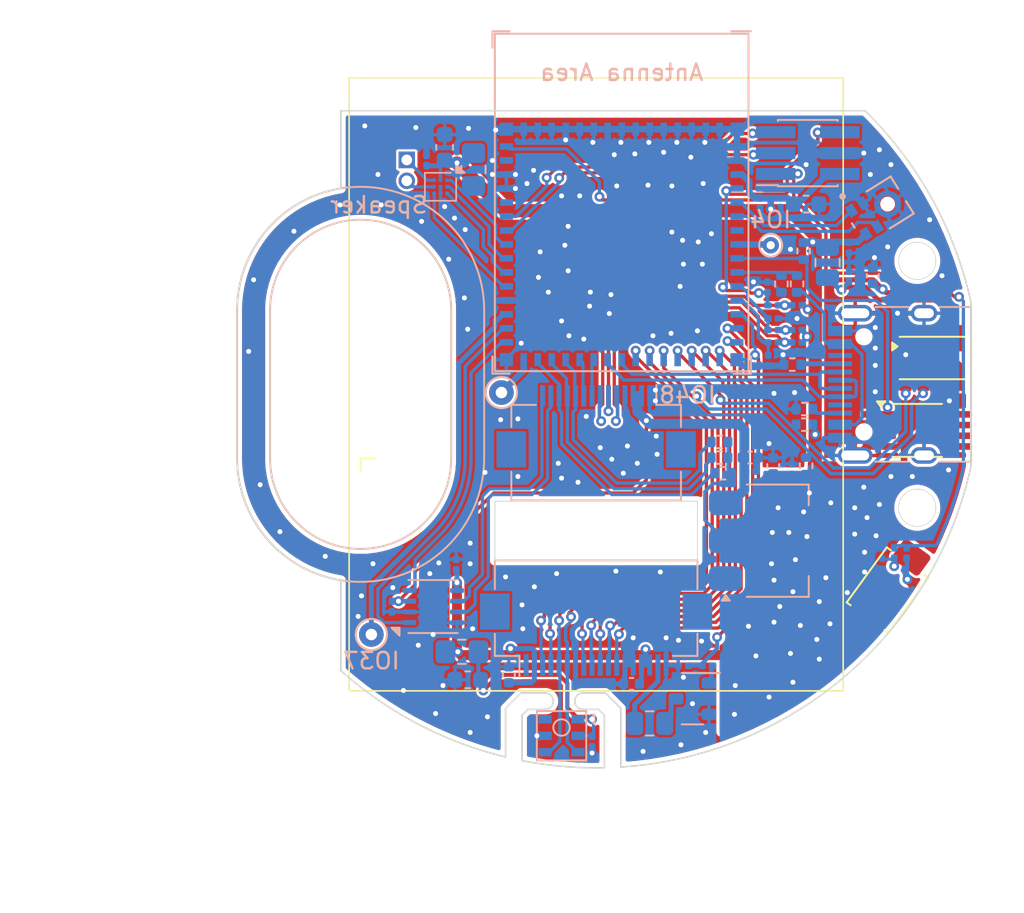
<source format=kicad_pcb>
(kicad_pcb (version 20241229) (generator "pcbnew") (generator_version "9.0")
  (layers (0 "F.Cu" signal) (2 "B.Cu" signal) (13 "F.Paste" user) (15 "B.Paste" user) (5 "F.SilkS" user "F.Silkscreen") (7 "B.SilkS" user "B.Silkscreen") (1 "F.Mask" user) (3 "B.Mask" user) (25 "Edge.Cuts" user))
  (net 0 "")
  (net 1 "ROT_A")
  (net 2 "ROT_B")
  (net 3 "+5V")
  (net 4 "+3V3")
  (net 5 "PROG_EN")
  (net 6 "Net-(U2-OUTP)")
  (net 7 "Net-(U2-OUTN)")
  (net 8 "PROG_IO0")
  (net 9 "MIC_DAT")
  (net 10 "MIC_CLK")
  (net 11 "AMP_SD")
  (net 12 "Net-(U12-VDD)")
  (net 13 "CANL")
  (net 14 "CANH")
  (net 15 "SCL_EXT")
  (net 16 "SDA_EXT")
  (net 17 "Onewire")
  (net 18 "/B")
  (net 19 "/A")
  (net 20 "/S")
  (net 21 "Net-(J6-VBUS-PadA4)")
  (net 23 "USB-")
  (net 24 "Net-(J6-CC1)")
  (net 25 "USB+")
  (net 26 "Net-(J6-CC2)")
  (net 28 "PROG_RX")
  (net 29 "PROG_TX")
  (net 30 "VBUS_SENSE")
  (net 31 "Net-(R47-Pad1)")
  (net 32 "SDA")
  (net 33 "SCL")
  (net 34 "CAN_TX")
  (net 35 "I2S_DAC")
  (net 36 "I2S_FS")
  (net 37 "CAN_RX")
  (net 38 "I2S_BCLK")
  (net 46 "Net-(Q1-G)")
  (net 47 "Net-(Q1-D)")
  (net 48 "Net-(X1-LEDK)")
  (net 49 "LCD_BL")
  (net 50 "Net-(J1-Pin_1)")
  (net 51 "LCD_RS")
  (net 52 "LCD_TINT")
  (net 53 "LCD_SCK")
  (net 54 "LCD_DAT")
  (net 55 "LCD_TRST")
  (net 56 "LCD_RESET")
  (net 57 "LCD_CS")
  (net 58 "BaseIO2")
  (net 59 "BaseIO1")
  (net 62 "Net-(J2-Pin_1)")
  (net 63 "Net-(J3-Pin_1)")
  (net 64 "Net-(U5-VDD)")
  (net 65 "Net-(U5-LED_K)")
  (net 67 "GND")
  (net 68 "Onewire_intern")
  (footprint "MountingHole:MountingHole_2.2mm_M2_DIN965" (layer "F.Cu") (at 119.5 107.5)
    (property "Reference" "H2" (hide yes))
    (property "Value" "MountingHole")
  )
  (footprint "MountingHole:MountingHole_2.2mm_M2_DIN965" (layer "F.Cu") (at 68.95 85.15)
    (property "Reference" "H4" (hide yes))
    (property "Value" "MountingHole")
  )
  (footprint "MountingHole:MountingHole_2.2mm_M2_DIN965" (layer "F.Cu") (at 83.6 128.4)
    (property "Reference" "H3" (hide yes))
    (property "Value" "MountingHole")
  )
  (footprint "liebler_SENSORS:VCNL4040_handsolder" (layer "F.Cu") (at 120.4 98.4)
    (property "Reference" "U5" (hide yes))
    (property "Value" "VCNL4040")
  )
  (footprint "liebler_SEMICONDUCTORS:MSOP-8_3x3mm_P0.65mm_handsolder" (layer "F.Cu") (at 119.5 102.8)
    (property "Reference" "U6" (hide yes))
    (property "Value" "DS18B20U")
  )
  (footprint "liebler_MECH:SW_Push_SPST_NO_4x3x2_handsolder" (layer "F.Cu") (at 117.7 112.5 -126)
    (property "Reference" "SW4" (hide yes))
    (property "Value" "RESET")
  )
  (footprint "MountingHole:MountingHole_2.2mm_M2_DIN965" (layer "F.Cu") (at 119.5 92.5)
    (property "Reference" "H1" (hide yes))
    (property "Value" "MountingHole")
  )
  (footprint "Connector_FFC-FPC:Hirose_FH12-14S-0.5SH_1x14-1MP_P0.50mm_Horizontal" (layer "B.Cu") (at 100 102.55 180)
    (property "Reference" "J4" (hide yes))
    (property "Value" "ToBase")
  )
  (footprint "Resistor_SMD:R_0402_1005Metric" (layer "B.Cu") (at 111.25 93.9 -90)
    (property "Reference" "R16" (hide yes))
    (property "Value" "5k1")
  )
  (footprint "Resistor_SMD:R_0201_0603Metric" (layer "B.Cu") (at 106.75 117.1)
    (property "Reference" "R17" (hide yes))
    (property "Value" "10k")
  )
  (footprint "Capacitor_SMD:C_0201_0603Metric" (layer "B.Cu") (at 111.9 105.15 90)
    (property "Reference" "C11" (hide yes))
    (property "Value" "u1")
  )
  (footprint "Capacitor_SMD:C_0402_1005Metric" (layer "B.Cu") (at 102.15 118.2 180)
    (property "Reference" "C13" (hide yes))
    (property "Value" "10u")
  )
  (footprint "Capacitor_SMD:C_0603_1608Metric" (layer "B.Cu") (at 112.75 89.05)
    (property "Reference" "C85" (hide yes))
    (property "Value" "22u")
  )
  (footprint "liebler_MECH:SPEAKER_2415" (layer "B.Cu") (at 85.7 100 180)
    (property "Reference" "LS1" (hide yes))
    (property "Value" "Speaker (Mech)")
  )
  (footprint "Capacitor_SMD:C_0201_0603Metric" (layer "B.Cu") (at 110.75 96 180)
    (property "Reference" "C7" (hide yes))
    (property "Value" "10n")
  )
  (footprint "Capacitor_SMD:C_0201_0603Metric" (layer "B.Cu") (at 115.35 91.7 -90)
    (property "Reference" "C40" (hide yes))
    (property "Value" "u1")
  )
  (footprint "Capacitor_SMD:C_0402_1005Metric" (layer "B.Cu") (at 116.8 93.4 90)
    (property "Reference" "C15" (hide yes))
    (property "Value" "10u")
  )
  (footprint "Resistor_SMD:R_0402_1005Metric" (layer "B.Cu") (at 112.65 102.45)
    (property "Reference" "R51" (hide yes))
    (property "Value" "3k3")
  )
  (footprint "Connector_PinHeader_1.27mm:PinHeader_1x02_P1.27mm_Vertical" (layer "B.Cu") (at 88.5 86.364999 180)
    (property "Reference" "LS3" (hide yes))
    (property "Value" "Speaker")
  )
  (footprint "Capacitor_SMD:C_0201_0603Metric" (layer "B.Cu") (at 110.45 98.55 90)
    (property "Reference" "C6" (hide yes))
    (property "Value" "10n")
  )
  (footprint "Resistor_SMD:R_0201_0603Metric" (layer "B.Cu") (at 118.1 110.25 -90)
    (property "Reference" "R48" (hide yes))
    (property "Value" "10k")
  )
  (footprint "Capacitor_SMD:C_0603_1608Metric" (layer "B.Cu") (at 92.2 117.95 180)
    (property "Reference" "C56" (hide yes))
    (property "Value" "22u")
  )
  (footprint "Capacitor_SMD:C_0201_0603Metric" (layer "B.Cu") (at 99.75 121.7 90)
    (property "Reference" "C57" (hide yes))
    (property "Value" "u1")
  )
  (footprint "Capacitor_SMD:C_0402_1005Metric" (layer "B.Cu") (at 110.75 104.95 90)
    (property "Reference" "C12" (hide yes))
    (property "Value" "10u")
  )
  (footprint "Resistor_SMD:R_0201_0603Metric" (layer "B.Cu") (at 110.75 95.2)
    (property "Reference" "R13" (hide yes))
    (property "Value" "10k")
  )
  (footprint "Resistor_SMD:R_0402_1005Metric" (layer "B.Cu") (at 112.6 91.9 90)
    (property "Reference" "R46" (hide yes))
    (property "Value" "3k3")
  )
  (footprint "Package_BGA:Maxim_WLP-9_1.595x1.415_Layout3x3_P0.4mm_Ball0.27mm_Pad0.25mm_NSMD" (layer "B.Cu") (at 90.55 88 180)
    (property "Reference" "U2" (hide yes))
    (property "Value" "MAX98357A_WLP_Package")
  )
  (footprint "Connector_PinHeader_1.27mm:PinHeader_2x03_P1.27mm_Vertical_SMD" (layer "B.Cu") (at 112.85 85.95)
    (property "Reference" "J32" (hide yes))
    (property "Value" "PROG")
  )
  (footprint "Resistor_SMD:R_0402_1005Metric" (layer "B.Cu") (at 112.2 93.9 -90)
    (property "Reference" "R54" (hide yes))
    (property "Value" "3k3")
  )
  (footprint "liebler_SENSORS:MIC_T3902" (layer "B.Cu") (at 117.097886 89.426243 -58)
    (property "Reference" "MK1" (hide yes))
    (property "Value" "T3902")
  )
  (footprint "Resistor_SMD:R_0201_0603Metric" (layer "B.Cu") (at 117.35 110.25 90)
    (property "Reference" "R47" (hide yes))
    (property "Value" "10k")
  )
  (footprint "Resistor_SMD:R_0402_1005Metric" (layer "B.Cu") (at 107.7 105.4)
    (property "Reference" "R10" (hide yes))
    (property "Value" "3k3")
  )
  (footprint "Capacitor_SMD:C_0402_1005Metric" (layer "B.Cu") (at 109.35 104.45)
    (property "Reference" "C9" (hide yes))
    (property "Value" "10u")
  )
  (footprint "Resistor_SMD:R_0402_1005Metric" (layer "B.Cu") (at 107.5 103.5)
    (property "Reference" "R52" (hide yes))
    (property "Value" "3k3")
  )
  (footprint "liebler_SEMICONDUCTORS:AHT21" (layer "B.Cu") (at 97.9 121.35 180)
    (property "Reference" "U12" (hide yes))
    (property "Value" "AHT20")
  )
  (footprint "Capacitor_SMD:C_0603_1608Metric" (layer "B.Cu") (at 90.8 85.6 90)
    (property "Reference" "C86" (hide yes))
    (property "Value" "22u" (hide yes))
  )
  (footprint "Resistor_SMD:R_0402_1005Metric" (layer "B.Cu") (at 111.91 98.8 180)
    (property "Reference" "R14" (hide yes))
    (property "Value" "5k1")
  )
  (footprint "Resistor_SMD:R_0402_1005Metric" (layer "B.Cu") (at 107.5 104.45)
    (property "Reference" "R53" (hide yes))
    (property "Value" "3k3")
  )
  (footprint "Capacitor_SMD:C_0201_0603Metric" (layer "B.Cu") (at 110.4 94.1 90)
    (property "Reference" "C42" (hide yes))
    (property "Value" "10n")
  )
  (footprint "TestPoint:TestPoint_THTPad_D1.5mm_Drill0.7mm" (layer "B.Cu") (at 86.35 115.2)
    (property "Reference" "J3" (hide yes))
    (property "Value" "IO37")
  )
  (footprint "Capacitor_SMD:C_0201_0603Metric" (layer "B.Cu") (at 109.4 105.3)
    (property "Reference" "C10" (hide yes))
    (property "Value" "u1")
  )
  (footprint "Resistor_SMD:R_0201_0603Metric" (layer "B.Cu") (at 110.75 96.7)
    (property "Reference" "R5" (hide yes))
    (property "Value" "10k")
  )
  (footprint "Capacitor_SMD:C_0201_0603Metric" (layer "B.Cu") (at 87.6 113.5 -90)
    (property "Reference" "C1" (hide yes))
    (property "Value" "u1")
  )
  (footprint "Capacitor_SMD:C_0201_0603Metric" (layer "B.Cu") (at 118.85 110.25 -90)
    (property "Reference" "C38" (hide yes))
    (property "Value" "u1")
  )
  (footprint "Resistor_SMD:R_0201_0603Metric" (layer "B.Cu") (at 110.75 97.45)
    (property "Reference" "R4" (hide yes))
    (property "Value" "10k")
  )
  (footprint "Espressif:ESP32-S3-MINI-1" (layer "B.Cu") (at 101.55 91.5 180)
    (property "Reference" "U1" (hide yes))
    (property "Value" "ESP32-S3-MINI-1")
  )
  (footprint "Capacitor_SMD:C_0201_0603Metric" (layer "B.Cu") (at 91.5 110.95 90)
    (property "Reference" "C39" (hide yes))
    (property "Value" "u1")
  )
  (footprint "Package_TO_SOT_SMD:SOT-223-3_TabPin2" (layer "B.Cu") (at 111 109.5)
    (property "Reference" "U4" (hide yes))
    (property "Value" "AMS1117-3.3")
  )
  (footprint "Resistor_SMD:R_0805_2012Metric" (layer "B.Cu") (at 103.25 120.6 180)
    (property "Reference" "R2" (hide yes))
    (property "Value" "22R")
  )
  (footprint "Capacitor_SMD:C_0201_0603Metric" (layer "B.Cu") (at 89.7 86.4 90)
    (property "Reference" "C41" (hide yes))
    (property "Value" "u1")
  )
  (footprint "liebler_SEMICONDUCTORS:SOT-23_smaller" (layer "B.Cu") (at 105.85 119.1 180)
    (property "Reference" "Q1" (hide yes))
    (property "Value" "AO3400")
  )
  (footprint "Resistor_SMD:R_0201_0603Metric" (layer "B.Cu") (at 112.2 96.7 180)
    (property "Reference" "R7" (hide yes))
    (property "Value" "10k")
  )
  (footprint "Capacitor_SMD:C_0402_1005Metric" (layer "B.Cu") (at 94.7 117.65 90)
    (property "Reference" "C14" (hide yes))
    (property "Value" "10u")
  )
  (footprint "Resistor_SMD:R_0805_2012Metric" (layer "B.Cu") (at 114.05 92.6 90)
    (property "Reference" "R3" (hide yes))
    (property "Value" "22R")
  )
  (footprint "Capacitor_SMD:C_0201_0603Metric" (layer "B.Cu") (at 115.35 93.45 90)
    (property "Reference" "C46" (hide yes))
    (property "Value" "u1")
  )
  (footprint "Capacitor_SMD:C_0201_0603Metric" (layer "B.Cu") (at 109.95 89 -90)
    (property "Reference" "C45" (hide yes))
    (property "Value" "u1")
  )
  (footprint "TestPoint:TestPoint_THTPad_D1.0mm_Drill0.5mm" (layer "B.Cu") (at 110.6 91.55)
    (property "Reference" "J1" (hide yes))
    (property "Value" "IO4")
  )
  (footprint "Resistor_SMD:R_0201_0603Metric" (layer "B.Cu") (at 105.3 117.1)
    (property "Reference" "R8" (hide yes))
    (property "Value" "10k")
  )
  (footprint "Resistor_SMD:R_0402_1005Metric" (layer "B.Cu") (at 112.75 104.95 -90)
    (property "Reference" "R50" (hide yes))
    (property "Value" "3k3")
  )
  (footprint "Resistor_SMD:R_0402_1005Metric" (layer "B.Cu") (at 112.65 101.5 180)
    (property "Reference" "R15" (hide yes))
    (property "Value" "5k1")
  )
  (footprint "Package_SON:HVSON-8-1EP_3x3mm_P0.65mm_EP1.6x2.4mm" (layer "B.Cu") (at 90.1 113.5)
    (property "Reference" "U7" (hide yes))
    (property "Value" "TJA1051TK-3")
  )
  (footprint "TestPoint:TestPoint_THTPad_D1.5mm_Drill0.7mm" (layer "B.Cu") (at 94.25 100.5)
    (property "Reference" "J2" (hide yes))
    (property "Value" "IO48")
  )
  (footprint "Resistor_SMD:R_0201_0603Metric" (layer "B.Cu") (at 112.2 95.2 180)
    (property "Reference" "R11" (hide yes))
    (property "Value" "10k")
  )
  (footprint "Resistor_SMD:R_0805_2012Metric_Pad1.20x1.40mm_HandSolder" (layer "B.Cu") (at 92.55 86.95 -90)
    (property "Reference" "R1" (hide yes))
    (property "Value" "1M")
  )
  (footprint "liebler_OPTO:Display_P169H002-CTP" (layer "B.Cu") (at 100 115.2)
    (property "Reference" "X1" (hide yes))
    (property "Value" "Display_P169H002-CTP")
  )
  (footprint "Resistor_SMD:R_0201_0603Metric" (layer "B.Cu") (at 112.2 97.45 180)
    (property "Reference" "R6" (hide yes))
    (property "Value" "10k")
  )
  (footprint "Resistor_SMD:R_0805_2012Metric_Pad1.20x1.40mm_HandSolder" (layer "B.Cu") (at 91.85 116.25)
    (property "Reference" "R9" (hide yes))
    (property "Value" "k22")
  )
  (footprint "Connector_USB:USB_C_Receptacle_HRO_TYPE-C-31-M-12" (layer "B.Cu") (at 118.86 100 -90)
    (property "Reference" "J6" (hide yes))
    (property "Value" "USB")
  )
  (gr_arc (start 119.3 112.25) (mid 113.88888 118.156308) (end 106.772332 121.833186) (stroke (width 0.2)) (layer "F.Cu") (net 67))
  (gr_arc (start 92.4 104.5) (mid 91.889993 107.063979) (end 90.437615 109.237615) (stroke (width 0.2)) (layer "B.Cu") (net 37))
  (gr_arc (start 91.65 104.5) (mid 91.197083 106.776966) (end 89.907285 108.707285) (stroke (width 0.3)) (layer "B.Cu") (net 63))
  (gr_arc (start 122.327361 104.906011) (mid 121.646802 107.348195) (end 120.7 109.7) (stroke (width 0.2)) (layer "B.Cu") (net 5))
  (gr_arc (start 92.05 104.5) (mid 91.566635 106.93004) (end 90.190128 108.990128) (stroke (width 0.2)) (layer "B.Cu") (net 34))
  (gr_rect (start 85 81.375) (end 115 118.625) (stroke (width 0.1)) (fill no) (layer "F.SilkS"))
  (gr_line (start 85.7 104.5) (end 86.55 104.5) (stroke (width 0.1)) (layer "F.SilkS"))
  (gr_line (start 85.7 104.5) (end 85.7 105.25) (stroke (width 0.1)) (layer "F.SilkS"))
  (gr_arc (start 84.5 111.903177) (mid 79.98817 109.360356) (end 78.2 104.4998) (stroke (width 0.1)) (layer "Edge.Cuts"))
  (gr_line (start 78.2 104.4998) (end 78.2 95.4998) (stroke (width 0.1)) (layer "Edge.Cuts"))
  (gr_line (start 100.146447 119.7498) (end 100.5 120.103353) (stroke (width 0.1)) (layer "Edge.Cuts"))
  (gr_line (start 100.56066 118.7498) (end 99.2 118.7498) (stroke (width 0.1)) (layer "Edge.Cuts"))
  (gr_line (start 101.5 123.251466) (end 101.5 119.68914) (stroke (width 0.1)) (layer "Edge.Cuts"))
  (gr_arc (start 94.5 122.641354) (mid 89.177453 120.633813) (end 84.5 117.396351) (stroke (width 0.1)) (layer "Edge.Cuts"))
  (gr_line (start 95.43934 118.7498) (end 96.9 118.7498) (stroke (width 0.1)) (layer "Edge.Cuts"))
  (gr_line (start 96.9 119.7498) (end 95.853553 119.7498) (stroke (width 0.1)) (layer "Edge.Cuts"))
  (gr_circle (center 119.5 107.4998) (end 118.4 107.4998) (stroke (width 0.1)) (fill no) (layer "Edge.Cuts"))
  (gr_arc (start 122.757197 104.999798) (mid 115.178397 117.677647) (end 101.5 123.251466) (stroke (width 0.1)) (layer "Edge.Cuts"))
  (gr_line (start 80.2 104.5) (end 80.2 95.5) (stroke (width 0.05)) (layer "Edge.Cuts"))
  (gr_arc (start 116.325274 83.375258) (mid 120.38731 88.719392) (end 122.757197 94.999802) (stroke (width 0.1)) (layer "Edge.Cuts"))
  (gr_line (start 94.5 119.68914) (end 95.43934 118.7498) (stroke (width 0.1)) (layer "Edge.Cuts"))
  (gr_line (start 84.5 88.096424) (end 84.5 83.375258) (stroke (width 0.1)) (layer "Edge.Cuts"))
  (gr_line (start 84.5 83.375258) (end 116.325274 83.375258) (stroke (width 0.1)) (layer "Edge.Cuts"))
  (gr_line (start 100.5 120.103353) (end 100.5 123.294435) (stroke (width 0.1)) (layer "Edge.Cuts"))
  (gr_arc (start 100.5 123.294435) (mid 97.988299 123.212794) (end 95.5 122.86112) (stroke (width 0.1)) (layer "Edge.Cuts"))
  (gr_arc (start 99.2 119.7498) (mid 98.7 119.2498) (end 99.2 118.7498) (stroke (width 0.1)) (layer "Edge.Cuts"))
  (gr_rect (start 93.85 107.1) (end 106.15 110.7) (stroke (width 0.05)) (fill no) (layer "Edge.Cuts"))
  (gr_line (start 84.5 117.396351) (end 84.5 111.903177) (stroke (width 0.1)) (layer "Edge.Cuts"))
  (gr_circle (center 119.5 92.4998) (end 118.4 92.4998) (stroke (width 0.1)) (fill no) (layer "Edge.Cuts"))
  (gr_line (start 91.2 104.5) (end 91.2 95.5) (stroke (width 0.05)) (layer "Edge.Cuts"))
  (gr_arc (start 80.2 95.5) (mid 85.7 90) (end 91.2 95.5) (stroke (width 0.05)) (layer "Edge.Cuts"))
  (gr_arc (start 91.2 104.5) (mid 85.7 110) (end 80.2 104.5) (stroke (width 0.05)) (layer "Edge.Cuts"))
  (gr_line (start 94.5 122.641354) (end 94.5 119.68914) (stroke (width 0.1)) (layer "Edge.Cuts"))
  (gr_arc (start 96.9 118.7498) (mid 97.4 119.2498) (end 96.9 119.7498) (stroke (width 0.1)) (layer "Edge.Cuts"))
  (gr_line (start 100.146447 119.7498) (end 99.2 119.7498) (stroke (width 0.1)) (layer "Edge.Cuts"))
  (gr_arc (start 78.2 95.4998) (mid 79.98817 90.639244) (end 84.5 88.096424) (stroke (width 0.1)) (layer "Edge.Cuts"))
  (gr_line (start 95.5 120.103353) (end 95.5 122.86112) (stroke (width 0.1)) (layer "Edge.Cuts"))
  (gr_line (start 100.56066 118.7498) (end 101.5 119.68914) (stroke (width 0.1)) (layer "Edge.Cuts"))
  (gr_line (start 95.853553 119.7498) (end 95.5 120.103353) (stroke (width 0.1)) (layer "Edge.Cuts"))
  (gr_line (start 122.757197 94.999802) (end 122.757197 104.999798) (stroke (width 0.1)) (layer "Edge.Cuts"))
  (segment (start 110.45 98.23) (end 110.45 97.47) (width 0.2) (layer "B.Cu") (net 1))
  (segment (start 110.43 97.45) (end 110.15 97.45) (width 0.2) (layer "B.Cu") (net 1))
  (segment (start 109.85 95.866388) (end 108.883612 94.9) (width 0.2) (layer "B.Cu") (net 1))
  (segment (start 109.85 97.15) (end 109.85 95.866388) (width 0.2) (layer "B.Cu") (net 1))
  (segment (start 110.15 97.45) (end 109.85 97.15) (width 0.2) (layer "B.Cu") (net 1))
  (segment (start 108.883612 94.9) (end 108.55 94.9) (width 0.2) (layer "B.Cu") (net 1))
  (segment (start 109.201 94.720999) (end 109.744 95.264) (width 0.2) (layer "B.Cu") (net 2))
  (segment (start 109.201 94.449) (end 109.201 94.720999) (width 0.2) (layer "B.Cu") (net 2))
  (segment (start 109.744 95.264) (end 110.43 95.949999) (width 0.2) (layer "B.Cu") (net 2))
  (segment (start 108.802 94.05) (end 109.201 94.449) (width 0.2) (layer "B.Cu") (net 2))
  (segment (start 110.43 96) (end 110.43 96.7) (width 0.2) (layer "B.Cu") (net 2))
  (segment (start 88 113.175) (end 89 112.175) (width 0.2) (layer "F.Cu") (net 3))
  (segment (start 89 112.175) (end 89 111.3829) (width 0.2) (layer "F.Cu") (net 3))
  (segment (start 102.25 106.6) (end 103.05 105.8) (width 0.2) (layer "F.Cu") (net 3))
  (segment (start 89 111.3829) (end 93.7829 106.6) (width 0.2) (layer "F.Cu") (net 3))
  (segment (start 103.05 105.8) (end 103.05 102.202) (width 0.2) (layer "F.Cu") (net 3))
  (segment (start 93.7829 106.6) (end 102.25 106.6) (width 0.2) (layer "F.Cu") (net 3))
  (segment (start 103.05 102.202) (end 103.049 102.201) (width 0.2) (layer "F.Cu") (net 3))
  (via (at 88 113.175) (size 0.6) (drill 0.3) (layers "F.Cu" "B.Cu") (net 3))
  (via (at 103.049 102.201) (size 0.6) (drill 0.3) (layers "F.Cu" "B.Cu") (net 3))
  (segment (start 109 102.75) (end 109 106.4) (width 0.6) (layer "B.Cu") (net 3))
  (segment (start 102.5 101.652) (end 103.049 102.201) (width 0.6) (layer "B.Cu") (net 3))
  (segment (start 102.5 100.7) (end 102.5 101.652) (width 0.6) (layer "B.Cu") (net 3))
  (segment (start 87.995 113.18) (end 88 113.175) (width 0.2) (layer "B.Cu") (net 3))
  (segment (start 109 106.4) (end 108.1 107.3) (width 0.6) (layer "B.Cu") (net 3))
  (segment (start 108.65 102.4) (end 109 102.75) (width 0.6) (layer "B.Cu") (net 3))
  (segment (start 88.65 113.175) (end 88 113.175) (width 0.2) (layer "B.Cu") (net 3))
  (segment (start 103.049 102.201) (end 103.248 102.4) (width 0.6) (layer "B.Cu") (net 3))
  (segment (start 87.6 113.18) (end 87.995 113.18) (width 0.2) (layer "B.Cu") (net 3))
  (segment (start 103.248 102.4) (end 108.65 102.4) (width 0.6) (layer "B.Cu") (net 3))
  (segment (start 111.801 89.451) (end 113.3 90.95) (width 0.8) (layer "F.Cu") (net 4))
  (segment (start 91.6 116.25) (end 91.8 116.45) (width 0.6) (layer "F.Cu") (net 4))
  (segment (start 109.65 116.45) (end 109.7 116.5) (width 0.6) (layer "F.Cu") (net 4))
  (segment (start 113.3 95.2) (end 113.3 97.3) (width 0.8) (layer "F.Cu") (net 4))
  (segment (start 113.3 90.95) (end 113.3 92.05) (width 0.8) (layer "F.Cu") (net 4))
  (segment (start 91.6 116.25) (end 91.55 116.2) (width 0.6) (layer "F.Cu") (net 4))
  (segment (start 96.058006 116.408006) (end 96.1 116.45) (width 0.3) (layer "F.Cu") (net 4))
  (segment (start 118.7 103.925001) (end 120.800001 101.825) (width 0.4) (layer "F.Cu") (net 4))
  (segment (start 91.55 116.2) (end 91.55 112.05) (width 0.6) (layer "F.Cu") (net 4))
  (segment (start 113.3 106.25) (end 112.95 106.6) (width 0.8) (layer "F.Cu") (net 4))
  (segment (start 118.7 105.2) (end 118.7 103.925001) (width 0.4) (layer "F.Cu") (net 4))
  (segment (start 94.8 116.05) (end 95.158006 116.408006) (width 0.3) (layer "F.Cu") (net 4))
  (segment (start 91.8 116.45) (end 96.1 116.45) (width 0.6) (layer "F.Cu") (net 4))
  (segment (start 95.158006 116.408006) (end 96.058006 116.408006) (width 0.3) (layer "F.Cu") (net 4))
  (segment (start 106.2 116.45) (end 109.65 116.45) (width 0.6) (layer "F.Cu") (net 4))
  (segment (start 120.928 94.428) (end 117.602265 94.428) (width 0.3) (layer "F.Cu") (net 4))
  (segment (start 121.8 96.7875) (end 121.8 95.3) (width 0.3) (layer "F.Cu") (net 4))
  (segment (start 113.3 92.7) (end 113.3 92.05) (width 0.8) (layer "F.Cu") (net 4))
  (segment (start 113.3 103.05) (end 113.3 102) (width 0.2) (layer "F.Cu") (net 4))
  (segment (start 121.8 95.3) (end 120.928 94.428) (width 0.3) (layer "F.Cu") (net 4))
  (segment (start 113.3 97.3) (end 113.3 92.65) (width 0.8) (layer "F.Cu") (net 4))
  (segment (start 120.800001 101.825) (end 121.8125 101.825) (width 0.4) (layer "F.Cu") (net 4))
  (segment (start 116.824265 93.65) (end 117.4 94.225735) (width 0.3) (layer "F.Cu") (net 4))
  (segment (start 113.3 97.3) (end 113.3 102) (width 0.8) (layer "F.Cu") (net 4))
  (segment (start 113.3 102) (end 113.3 104.05) (width 0.8) (layer "F.Cu") (net 4))
  (segment (start 94.451 89.451) (end 91.55 86.55) (width 0.8) (layer "F.Cu") (net 4))
  (segment (start 113.3 92.65) (end 113.3 92.7) (width 0.8) (layer "F.Cu") (net 4))
  (segment (start 113.3 93.65) (end 116.824265 93.65) (width 0.3) (layer "F.Cu") (net 4))
  (segment (start 117.602265 94.428) (end 117.4 94.225735) (width 0.3) (layer "F.Cu") (net 4))
  (segment (start 113.3 95.2) (end 113.3 93.65) (width 0.8) (layer "F.Cu") (net 4))
  (segment (start 113.3 104.05) (end 113.3 106.25) (width 0.8) (layer "F.Cu") (net 4))
  (segment (start 96.1 116.45) (end 106.2 116.45) (width 0.6) (layer "F.Cu") (net 4))
  (segment (start 119.1 105.6) (end 118.7 105.2) (width 0.4) (layer "F.Cu") (net 4))
  (segment (start 94.451 89.451) (end 111.801 89.451) (width 0.8) (layer "F.Cu") (net 4))
  (segment (start 113.3 93.65) (end 113.3 92.7) (width 0.8) (layer "F.Cu") (net 4))
  (segment (start 119.2 105.6) (end 119.1 105.6) (width 0.4) (layer "F.Cu") (net 4))
  (segment (start 112.85 95.45) (end 113.1 95.2) (width 0.2) (layer "F.Cu") (net 4))
  (segment (start 113.1 95.2) (end 113.3 95.2) (width 0.2) (layer "F.Cu") (net 4))
  (via (at 113.4 115.5) (size 0.6) (drill 0.3) (layers "F.Cu" "B.Cu") (net 4))
  (via (at 111.05 107.5) (size 0.6) (drill 0.3) (layers "F.Cu" "B.Cu") (net 4))
  (via (at 115.25 112.65) (size 0.6) (drill 0.3) (layers "F.Cu" "B.Cu") (net 4))
  (via (at 111.8 116.35) (size 0.6) (drill 0.3) (layers "F.Cu" "B.Cu") (net 4))
  (via (at 116.25 106.25) (size 0.6) (drill 0.3) (layers "F.Cu" "B.Cu") (net 4))
  (via (at 110.5 119) (size 0.6) (drill 0.3) (layers "F.Cu" "B.Cu") (net 4))
  (via (at 116.45 108.1) (size 0.6) (drill 0.3) (layers "F.Cu" "B.Cu") (net 4))
  (via (at 111.15 113.5) (size 0.6) (drill 0.3) (layers "F.Cu" "B.Cu") (net 4))
  (via (at 112.4 114.65) (size 0.6) (drill 0.3) (layers "F.Cu" "B.Cu") (net 4))
  (via (at 109.7 116.5) (size 0.6) (drill 0.3) (layers "F.Cu" "B.Cu") (net 4))
  (via (at 117 109.2) (size 0.6) (drill 0.3) (layers "F.Cu" "B.Cu") (net 4))
  (via (at 111.95 112.6) (size 0.6) (drill 0.3) (layers "F.Cu" "B.Cu") (net 4))
  (via (at 110.7 109) (size 0.6) (drill 0.3) (layers "F.Cu" "B.Cu") (net 4))
  (via (at 108.45 118.3) (size 0.6) (drill 0.3) (layers "F.Cu" "B.Cu") (net 4))
  (via (at 116.3 111.4) (size 0.6) (drill 0.3) (layers "F.Cu" "B.Cu") (net 4))
  (via (at 121.4 105.2) (size 0.6) (drill 0.3) (layers "F.Cu" "B.Cu") (net 4))
  (via (at 112.1 110.65) (size 0.6) (drill 0.3) (layers "F.Cu" "B.Cu") (net 4))
  (via (at 110.8 114.45) (size 0.6) (drill 0.3) (layers "F.Cu" "B.Cu") (net 4))
  (via (at 112.95 106.6) (size 0.6) (drill 0.3) (layers "F.Cu" "B.Cu") (net 4))
  (via (at 91.55 112.05) (size 0.6) (drill 0.3) (layers "F.Cu" "B.Cu") (net 4))
  (via (at 91.55 86.55) (size 0.6) (drill 0.3) (layers "F.Cu" "B.Cu") (net 4))
  (via (at 116.3 110.2) (size 0.6) (drill 0.3) (layers "F.Cu" "B.Cu") (net 4))
  (via (at 111.95 118.1) (size 0.6) (drill 0.3) (layers "F.Cu" "B.Cu") (net 4))
  (via (at 115.7 109.1) (size 0.6) (drill 0.3) (layers "F.Cu" "B.Cu") (net 4))
  (via (at 117.9 105.6) (size 0.6) (drill 0.3) (layers "F.Cu" "B.Cu") (net 4))
  (via (at 91.6 116.25) (size 0.6) (drill 0.3) (layers "F.Cu" "B.Cu") (net 4))
  (via (at 110.6 89.35) (size 0.6) (drill 0.3) (layers "F.Cu" "B.Cu") (net 4))
  (via (at 113.55 116.7) (size 0.6) (drill 0.3) (layers "F.Cu" "B.Cu") (net 4))
  (via (at 94.8 116.05) (size 0.6) (drill 0.3) (layers "F.Cu" "B.Cu") (net 4))
  (via (at 112.8 109.25) (size 0.6) (drill 0.3) (layers "F.Cu" "B.Cu") (net 4))
  (via (at 112.8 97.1) (size 0.6) (drill 0.3) (layers "F.Cu" "B.Cu") (net 4))
  (via (at 119.2 105.6) (size 0.6) (drill 0.3) (layers "F.Cu" "B.Cu") (net 4))
  (via (at 114.2 114.55) (size 0.6) (drill 0.3) (layers "F.Cu" "B.Cu") (net 4))
  (via (at 115.7 107.5) (size 0.6) (drill 0.3) (layers "F.Cu" "B.Cu") (net 4))
  (via (at 117.2 107.3) (size 0.6) (drill 0.3) (layers "F.Cu" "B.Cu") (net 4))
  (via (at 110.65 110.9) (size 0.6) (drill 0.3) (layers "F.Cu" "B.Cu") (net 4))
  (via (at 117.4 94.225735) (size 0.6) (drill 0.3) (layers "F.Cu" "B.Cu") (net 4))
  (via (at 110.8 111.9) (size 0.6) (drill 0.3) (layers "F.Cu" "B.Cu") (net 4))
  (via (at 108.4 120.05) (size 0.6) (drill 0.3) (layers "F.Cu" "B.Cu") (net 4))
  (via (at 113.55 113.2) (size 0.6) (drill 0.3) (layers "F.Cu" "B.Cu") (net 4))
  (via (at 109.25 114.7) (size 0.6) (drill 0.3) (layers "F.Cu" "B.Cu") (net 4))
  (via (at 113.15 91.35) (size 0.6) (drill 0.3) (layers "F.Cu" "B.Cu") (net 4))
  (via (at 113.3 103.05) (size 0.6) (drill 0.3) (layers "F.Cu" "B.Cu") (net 4))
  (via (at 114.25 107.2) (size 0.6) (drill 0.3) (layers "F.Cu" "B.Cu") (net 4))
  (via (at 111.7 109) (size 0.6) (drill 0.3) (layers "F.Cu" "B.Cu") (net 4))
  (via (at 112.85 95.45) (size 0.6) (drill 0.3) (layers "F.Cu" "B.Cu") (net 4))
  (via (at 103 116.1) (size 0.6) (drill 0.3) (layers "F.Cu" "B.Cu") (net 4))
  (via (at 112.6 107.75) (size 0.6) (drill 0.3) (layers "F.Cu" "B.Cu") (net 4))
  (via (at 113.95 111.75) (size 0.6) (drill 0.3) (layers "F.Cu" "B.Cu") (net 4))
  (segment (start 107.8 105.9) (end 108.21 105.49) (width 0.2) (layer "B.Cu") (net 4))
  (segment (start 117.35 109.55) (end 117.35 109.93) (width 0.2) (layer "B.Cu") (net 4))
  (segment (start 111.605 88.68) (end 111.975 89.05) (width 0.4) (layer "B.Cu") (net 4))
  (segment (start 114.05 91.6875) (end 114.35 91.3875) (width 0.4) (layer "B.Cu") (net 4))
  (segment (start 113.3 103.05) (end 113.3 102.65) (width 0.2) (layer "B.Cu") (net 4))
  (segment (start 107.679 106.021) (end 107.8 105.9) (width 0.2) (layer "B.Cu") (net 4))
  (segment (start 108.01 105.2) (end 108.21 105.4) (width 0.2) (layer "B.Cu") (net 4))
  (segment (start 91.6 116.25) (end 90.85 116.25) (width 0.3) (layer "B.Cu") (net 4))
  (segment (start 91.95 86.55) (end 92.55 85.95) (width 0.6) (layer "B.Cu") (net 4))
  (segment (start 112.52 97.38) (end 112.8 97.1) (width 0.2) (layer "B.Cu") (net 4))
  (segment (start 113.3 91.35) (end 112.659999 91.35) (width 0.4) (layer "B.Cu") (net 4))
  (segment (start 103 117.05) (end 103.25 117.05) (width 0.3) (layer "B.Cu") (net 4))
  (segment (start 106.599 108.249) (end 106.599 106.522) (width 0.2) (layer "B.Cu") (net 4))
  (segment (start 108.55 87.25) (end 108.859 87.25) (width 0.4) (layer "B.Cu") (net 4))
  (segment (start 114.45 91.3875) (end 114.4875 91.35) (width 0.4) (layer "B.Cu") (net 4))
  (segment (start 107.85 109.5) (end 106.599 108.249) (width 0.2) (layer "B.Cu") (net 4))
  (segment (start 117.4 94.225735) (end 117.195472 94.225735) (width 0.3) (layer "B.Cu") (net 4))
  (segment (start 108.01 104.95) (end 108.01 105.69) (width 0.2) (layer "B.Cu") (net 4))
  (segment (start 114.75 91.35) (end 115.894249 91.35) (width 0.4) (layer "B.Cu") (net 4))
  (segment (start 117.191207 94.23) (end 117.15 94.23) (width 0.3) (layer "B.Cu") (net 4))
  (segment (start 90.55 87.6) (end 90.55 86.625) (width 0.2) (layer "B.Cu") (net 4))
  (segment (start 91.55 112.525) (end 91.55 112.05) (width 0.3) (layer "B.Cu") (net 4))
  (segment (start 114.4875 91.35) (end 114.75 91.35) (width 0.4) (layer "B.Cu") (net 4))
  (segment (start 96.25 116.170645) (end 96.25 117.05) (width 0.3) (layer "B.Cu") (net 4))
  (segment (start 112.659999 91.35) (end 112.619998 91.390001) (width 0.4) (layer "B.Cu") (net 4))
  (segment (start 109.3 87.691) (end 109.3 88.35) (width 0.4) (layer "B.Cu") (net 4))
  (segment (start 108.859 87.25) (end 109.3 87.691) (width 0.4) (layer "B.Cu") (net 4))
  (segment (start 108.01 103.5) (end 108.01 104.45) (width 0.2) (layer "B.Cu") (net 4))
  (segment (start 112.85 95.45) (end 112.6 95.2) (width 0.2) (layer "B.Cu") (net 4))
  (segment (start 96.25 117.05) (end 96.25 117.952) (width 0.3) (layer "B.Cu") (net 4))
  (segment (start 91.55 112.05) (end 91.55 111.32) (width 0.3) (layer "B.Cu") (net 4))
  (segment (start 112.229178 89.05) (end 111.975 89.05) (width 0.4) (layer "B.Cu") (net 4))
  (segment (start 114.35 91.3875) (end 114.45 91.3875) (width 0.4) (layer "B.Cu") (net 4))
  (segment (start 103 117.05) (end 103 116.1) (width 0.3) (layer "B.Cu") (net 4))
  (segment (start 108.01 105.69) (end 107.8 105.9) (width 0.2) (layer "B.Cu") (net 4))
  (segment (start 94.8 116.05) (end 96.129355 116.05) (width 0.3) (layer "B.Cu") (net 4))
  (segment (start 96.072 118.13) (end 94.7 118.13) (width 0.3) (layer "B.Cu") (net 4))
  (segment (start 113.3 91.35) (end 114.75 91.35) (width 0.4) (layer "B.Cu") (net 4))
  (segment (start 112.52 96.7) (end 112.52 96.82) (width 0.2) (layer "B.Cu") (net 4))
  (segment (start 113.290001 91.340001) (end 113.3 91.35) (width 0.2) (layer "B.Cu") (net 4))
  (segment (start 117.15 94.23) (end 116.8 93.88) (width 0.3) (layer "B.Cu") (net 4))
  (segment (start 102.75 118.08) (end 102.63 118.2) (width 0.3) (layer "B.Cu") (net 4))
  (segment (start 109.3 88.35) (end 109.63 88.68) (width 0.4) (layer "B.Cu") (net 4))
  (segment (start 114.059178 87.22) (end 112.229178 89.05) (width 0.4) (layer "B.Cu") (net 4))
  (segment (start 96.129355 116.05) (end 96.25 116.170645) (width 0.3) (layer "B.Cu") (net 4))
  (segment (start 107.1 106.021) (end 107.679 106.021) (width 0.2) (layer "B.Cu") (net 4))
  (segment (start 109.95 88.68) (end 110.6 88.68) (width 0.4) (layer "B.Cu") (net 4))
  (segment (start 117 109.2) (end 117.35 109.55) (width 0.2) (layer "B.Cu") (net 4))
  (segment (start 90.455 86.72) (end 90.8 86.375) (width 0.3) (layer "B.Cu") (net 4))
  (segment (start 102.75 117.05) (end 102.75 118.08) (width 0.3) (layer "B.Cu") (net 4))
  (segment (start 106.599 106.522) (end 107.1 106.021) (width 0.2) (layer "B.Cu") (net 4))
  (segment (start 96.25 117.952) (end 96.072 118.13) (width 0.3) (layer "B.Cu") (net 4))
  (segment (start 115.894249 91.35) (end 116.384955 90.859294) (width 0.4) (layer "B.Cu") (net 4))
  (segment (start 91.55 86.55) (end 90.975 86.55) (width 0.6) (layer "B.Cu") (net 4))
  (segment (start 108.01 104.95) (end 108.01 105.2) (width 0.2) (layer "B.Cu") (net 4))
  (segment (start 102.75 117.05) (end 103 117.05) (width 0.3) (layer "B.Cu") (net 4))
  (segment (start 108.01 104.45) (end 108.01 104.95) (width 0.2) (layer "B.Cu") (net 4))
  (segment (start 112.52 96.82) (end 112.8 97.1) (width 0.2) (layer "B.Cu") (net 4))
  (segment (start 112.619998 91.390001) (end 112.6 91.390001) (width 0.4) (layer "B.Cu") (net 4))
  (segment (start 109.63 88.68) (end 109.95 88.68) (width 0.4) (layer "B.Cu") (net 4))
  (segment (start 90.975 86.55) (end 90.8 86.375) (width 0.6) (layer "B.Cu") (net 4))
  (segment (start 91.55 86.55) (end 91.95 86.55) (width 0.6) (layer "B.Cu") (net 4))
  (segment (start 110.6 88.68) (end 111.605 88.68) (width 0.4) (layer "B.Cu") (net 4))
  (segment (start 117.195472 94.225735) (end 117.191207 94.23) (width 0.3) (layer "B.Cu") (net 4))
  (segment (start 89.7 86.72) (end 90.455 86.72) (width 0.3) (layer "B.Cu") (net 4))
  (segment (start 110.6 89.35) (end 110.6 88.68) (width 0.4) (layer "B.Cu") (net 4))
  (segment (start 122.034528 94.685999) (end 121.753099 94.685999) (width 0.2) (layer "F.Cu") (net 5))
  (segment (start 121.753099 94.685999) (end 121.0941 94.027) (width 0.2) (layer "F.Cu") (net 5))
  (segment (start 117.199 93.249) (end 114.099 93.249) (width 0.2) (layer "F.Cu") (net 5))
  (segment (start 112 87.450451) (end 112 88.729347) (width 0.2) (layer "F.Cu") (net 5))
  (segment (start 117.628232 93.674735) (end 117.624735 93.674735) (width 0.2) (layer "F.Cu") (net 5))
  (segment (start 112.245494 87.204957) (end 112 87.450451) (width 0.2) (layer "F.Cu") (net 5))
  (segment (start 114.099 93.249) (end 113.951 93.101) (width 0.2) (layer "F.Cu") (net 5))
  (segment (start 113.951 93.101) (end 113.951 90.680346) (width 0.2) (layer "F.Cu") (net 5))
  (segment (start 117.624735 93.674735) (end 117.199 93.249) (width 0.2) (layer "F.Cu") (net 5))
  (segment (start 113.951 90.680346) (end 112.070653 88.8) (width 0.2) (layer "F.Cu") (net 5))
  (segment (start 117.980496 94.027) (end 117.628232 93.674735) (width 0.2) (layer "F.Cu") (net 5))
  (segment (start 100.351 88.8) (end 112.070653 88.8) (width 0.2) (layer "F.Cu") (net 5))
  (segment (start 112 88.729347) (end 112.070653 88.8) (width 0.2) (layer "F.Cu") (net 5))
  (segment (start 121.0941 94.027) (end 117.980496 94.027) (width 0.2) (layer "F.Cu") (net 5))
  (segment (start 100.2005 88.601) (end 100.2005 88.6495) (width 0.2) (layer "F.Cu") (net 5))
  (segment (start 100.2005 88.6495) (end 100.351 88.8) (width 0.2) (layer "F.Cu") (net 5))
  (via (at 122.034528 94.685999) (size 0.6) (drill 0.3) (layers "F.Cu" "B.Cu") (net 5))
  (via (at 100.2005 88.601) (size 0.6) (drill 0.3) (layers "F.Cu" "B.Cu") (net 5))
  (via (at 112.245494 87.204957) (size 0.6) (drill 0.3) (layers "F.Cu" "B.Cu") (net 5))
  (segment (start 100.2005 87.7005) (end 98.201 85.701) (width 0.2) (layer "B.Cu") (net 5))
  (segment (start 98.201 85.701) (end 94.701 85.701) (width 0.2) (layer "B.Cu") (net 5))
  (segment (start 122.3 94.951471) (end 122.3 104.9) (width 0.2) (layer "B.Cu") (net 5))
  (segment (start 112.245494 87.204957) (end 110.915043 87.204957) (width 0.2) (layer "B.Cu") (net 5))
  (segment (start 94.701 85.701) (end 94.55 85.55) (width 0.2) (layer "B.Cu") (net 5))
  (segment (start 100.2005 88.601) (end 100.2005 87.7005) (width 0.2) (layer "B.Cu") (net 5))
  (segment (start 122.034528 94.685999) (end 122.3 94.951471) (width 0.2) (layer "B.Cu") (net 5))
  (segment (start 118.23 109.8) (end 118.1 109.93) (width 0.2) (layer "B.Cu") (net 5))
  (segment (start 120.6 109.8) (end 118.23 109.8) (width 0.2) (layer "B.Cu") (net 5))
  (segment (start 89.735001 87.6) (end 88.5 86.364999) (width 0.2) (layer "B.Cu") (net 6))
  (segment (start 90.15 87.6) (end 89.735001 87.6) (width 0.2) (layer "B.Cu") (net 6))
  (segment (start 88.865 88) (end 88.5 87.635) (width 0.2) (layer "B.Cu") (net 7))
  (segment (start 90.15 88) (end 88.865 88) (width 0.2) (layer "B.Cu") (net 7))
  (segment (start 113.465846 85.13054) (end 113.465846 84.715846) (width 0.2) (layer "F.Cu") (net 8))
  (segment (start 108.099 88.449) (end 111.501 88.449) (width 0.2) (layer "F.Cu") (net 8))
  (segment (start 109.875632 94.454039) (end 109.404039 94.454039) (width 0.2) (layer "F.Cu") (net 8))
  (segment (start 111.501 88.449) (end 111.6 88.35) (width 0.2) (layer "F.Cu") (net 8))
  (segment (start 107.898998 94.299) (end 109.249 94.299) (width 0.2) (layer "F.Cu") (net 8))
  (segment (start 107.898998 94.299) (end 107.699998 94.1) (width 0.2) (layer "F.Cu") (net 8))
  (segment (start 109.404039 94.454039) (end 109.249 94.299) (width 0.2) (layer "F.Cu") (net 8))
  (segment (start 111.6 86.996386) (end 113.465846 85.13054) (width 0.2) (layer "F.Cu") (net 8))
  (segment (start 111.6 88.35) (end 111.6 86.996386) (width 0.2) (layer "F.Cu") (net 8))
  (segment (start 113.465846 84.715846) (end 113.45 84.7) (width 0.2) (layer "F.Cu") (net 8))
  (segment (start 107.9 88.25) (end 108.099 88.449) (width 0.2) (layer "F.Cu") (net 8))
  (via (at 109.875632 94.454039) (size 0.6) (drill 0.3) (layers "F.Cu" "B.Cu") (net 8))
  (via (at 107.9 88.25) (size 0.6) (drill 0.3) (layers "F.Cu" "B.Cu") (net 8))
  (via (at 107.699998 94.1) (size 0.6) (drill 0.3) (layers "F.Cu" "B.Cu") (net 8))
  (via (at 113.45 84.7) (size 0.6) (drill 0.3) (layers "F.Cu" "B.Cu") (net 8))
  (segment (start 110.4 94.42) (end 109.909671 94.42) (width 0.2) (layer "B.Cu") (net 8))
  (segment (start 108.55 88.1) (end 108.05 88.1) (width 0.2) (layer "B.Cu") (net 8))
  (segment (start 108.05 88.1) (end 107.9 88.25) (width 0.2) (layer "B.Cu") (net 8))
  (segment (start 110.4 94.42) (end 110.4 95.17) (width 0.2) (layer "B.Cu") (net 8))
  (segment (start 113.45 84.7) (end 114.008489 84.7) (width 0.2) (layer "B.Cu") (net 8))
  (segment (start 107.9 93.899998) (end 107.9 88.25) (width 0.2) (layer "B.Cu") (net 8))
  (segment (start 109.909671 94.42) (end 109.875632 94.454039) (width 0.2) (layer "B.Cu") (net 8))
  (segment (start 107.699998 94.1) (end 107.9 93.899998) (width 0.2) (layer "B.Cu") (net 8))
  (segment (start 115.49734 89.45266) (end 114.598 90.352) (width 0.2) (layer "B.Cu") (net 9))
  (segment (start 115.49734 89.438813) (end 115.49734 89.45266) (width 0.2) (layer "B.Cu") (net 9))
  (segment (start 114.598 90.352) (end 110.184901 90.352) (width 0.2) (layer "B.Cu") (net 9))
  (segment (start 110.184901 90.352) (end 108.782901 88.95) (width 0.2) (layer "B.Cu") (net 9))
  (segment (start 108.782901 88.95) (end 108.75 88.95) (width 0.2) (layer "B.Cu") (net 9))
  (segment (start 116.820918 90.162568) (end 117.08205 90.4237) (width 0.2) (layer "B.Cu") (net 10))
  (segment (start 109.136512 89.8) (end 110.039513 90.703) (width 0.2) (layer "B.Cu") (net 10))
  (segment (start 115.887432 90.162568) (end 116.820918 90.162568) (width 0.2) (layer "B.Cu") (net 10))
  (segment (start 115.347 90.703) (end 115.887432 90.162568) (width 0.2) (layer "B.Cu") (net 10))
  (segment (start 108.55 89.8) (end 109.136512 89.8) (width 0.2) (layer "B.Cu") (net 10))
  (segment (start 110.039513 90.703) (end 115.347 90.703) (width 0.2) (layer "B.Cu") (net 10))
  (segment (start 93.9 91.05) (end 93.9 90.3) (width 0.2) (layer "B.Cu") (net 11))
  (segment (start 91.2 87.6) (end 90.95 87.6) (width 0.2) (layer "B.Cu") (net 11))
  (segment (start 94.35 91.5) (end 93.9 91.05) (width 0.2) (layer "B.Cu") (net 11))
  (segment (start 91.2 87.6) (end 93.9 90.3) (width 0.2) (layer "B.Cu") (net 11))
  (segment (start 98.25 119.65) (end 98.8 120.2) (width 0.25) (layer "F.Cu") (net 12))
  (segment (start 98.8 120.2) (end 99.600002 120.2) (width 0.25) (layer "F.Cu") (net 12))
  (segment (start 98.25 118.15) (end 98.25 119.65) (width 0.25) (layer "F.Cu") (net 12))
  (segment (start 93.15 118.6) (end 94.1 117.65) (width 0.25) (layer "F.Cu") (net 12))
  (segment (start 97.75 117.65) (end 98.25 118.15) (width 0.25) (layer "F.Cu") (net 12))
  (segment (start 94.1 117.65) (end 97.75 117.65) (width 0.25) (layer "F.Cu") (net 12))
  (segment (start 99.600002 120.2) (end 99.750002 120.35) (width 0.25) (layer "F.Cu") (net 12))
  (via (at 93.15 118.6) (size 0.6) (drill 0.3) (layers "F.Cu" "B.Cu") (net 12))
  (via (at 99.750002 120.35) (size 0.6) (drill 0.3) (layers "F.Cu" "B.Cu") (net 12))
  (segment (start 99.750002 120.35) (end 99.85 120.449998) (width 0.2) (layer "B.Cu") (net 12))
  (segment (start 93.15 118.6) (end 92.975 118.425) (width 0.25) (layer "B.Cu") (net 12))
  (segment (start 99.85 120.449998) (end 99.85 121.28) (width 0.2) (layer "B.Cu") (net 12))
  (segment (start 93.1 117.825) (end 93.1 117.775) (width 0.3) (layer "B.Cu") (net 12))
  (segment (start 92.975 118.425) (end 92.975 117.95) (width 0.25) (layer "B.Cu") (net 12))
  (segment (start 92.975 117.95) (end 93.1 117.825) (width 0.3) (layer "B.Cu") (net 12))
  (segment (start 98.9 121.35) (end 99.82 121.35) (width 0.2) (layer "B.Cu") (net 12))
  (segment (start 92.85 116.25) (end 92.85 117.825) (width 0.25) (layer "B.Cu") (net 12))
  (segment (start 99.85 121.28) (end 99.75 121.38) (width 0.2) (layer "B.Cu") (net 12))
  (segment (start 92.85 117.825) (end 92.975 117.95) (width 0.25) (layer "B.Cu") (net 12))
  (segment (start 96.601 105.695388) (end 96.245388 106.051) (width 0.2) (layer "B.Cu") (net 13))
  (segment (start 96.7 100.75) (end 96.7 102.308223) (width 0.2) (layer "B.Cu") (net 13))
  (segment (start 95.946778 106.348) (end 93.538511 106.348) (width 0.2) (layer "B.Cu") (net 13))
  (segment (start 92.299 112.838) (end 91.962 113.175) (width 0.2) (layer "B.Cu") (net 13))
  (segment (start 96.7 102.308223) (end 96.703001 102.311224) (width 0.2) (layer "B.Cu") (net 13))
  (segment (start 93.098 106.788512) (end 93.098 111.555612) (width 0.2) (layer "B.Cu") (net 13))
  (segment (start 96.601001 105.693777) (end 96.601 105.695388) (width 0.2) (layer "B.Cu") (net 13))
  (segment (start 93.098 111.555612) (end 92.299 112.354612) (width 0.2) (layer "B.Cu") (net 13))
  (segment (start 96.245388 106.051) (end 96.243778 106.051) (width 0.2) (layer "B.Cu") (net 13))
  (segment (start 96.703001 102.311224) (end 96.703 105.591778) (width 0.2) (layer "B.Cu") (net 13))
  (segment (start 92.299 112.354612) (end 92.299 112.838) (width 0.2) (layer "B.Cu") (net 13))
  (segment (start 96.243778 106.051) (end 95.946778 106.348) (width 0.2) (layer "B.Cu") (net 13))
  (segment (start 96.703 105.591778) (end 96.601001 105.693777) (width 0.2) (layer "B.Cu") (net 13))
  (segment (start 91.962 113.175) (end 91.55 113.175) (width 0.2) (layer "B.Cu") (net 13))
  (segment (start 93.538511 106.348) (end 93.098 106.788512) (width 0.2) (layer "B.Cu") (net 13))
  (segment (start 93.449 106.9339) (end 93.6839 106.699) (width 0.2) (layer "B.Cu") (net 14))
  (segment (start 96.952 105.840776) (end 96.952 105.839166) (width 0.2) (layer "B.Cu") (net 14))
  (segment (start 93.6839 106.699) (end 96.101 106.699) (width 0.2) (layer "B.Cu") (net 14))
  (segment (start 97.25 101.402) (end 97.25 100.7) (width 0.2) (layer "B.Cu") (net 14))
  (segment (start 96.101 106.699) (end 96.85 105.95) (width 0.2) (layer "B.Cu") (net 14))
  (segment (start 92.65 113.3625) (end 92.65 112.5) (width 0.2) (layer "B.Cu") (net 14))
  (segment (start 96.85 105.95) (end 96.85 105.942777) (width 0.2) (layer "B.Cu") (net 14))
  (segment (start 97.054001 102.165835) (end 97.051 102.162834) (width 0.2) (layer "B.Cu") (net 14))
  (segment (start 96.952 105.839166) (end 97.054 105.737167) (width 0.2) (layer "B.Cu") (net 14))
  (segment (start 92.1875 113.825) (end 92.65 113.3625) (width 0.2) (layer "B.Cu") (net 14))
  (segment (start 96.85 105.942777) (end 96.952 105.840776) (width 0.2) (layer "B.Cu") (net 14))
  (segment (start 97.051 102.162834) (end 97.051 101.601) (width 0.2) (layer "B.Cu") (net 14))
  (segment (start 97.051 101.601) (end 97.25 101.402) (width 0.2) (layer "B.Cu") (net 14))
  (segment (start 91.55 113.825) (end 92.1875 113.825) (width 0.2) (layer "B.Cu") (net 14))
  (segment (start 92.65 112.5) (end 93.449 111.701) (width 0.2) (layer "B.Cu") (net 14))
  (segment (start 97.054 105.737167) (end 97.054001 102.165835) (width 0.2) (layer "B.Cu") (net 14))
  (segment (start 93.449 111.701) (end 93.449 106.9339) (width 0.2) (layer "B.Cu") (net 14))
  (segment (start 106.3 104.19) (end 106.3 105.19) (width 0.2) (layer "B.Cu") (net 15))
  (segment (start 106.3 105.19) (end 105.493 105.997) (width 0.2) (layer "B.Cu") (net 15))
  (segment (start 98.7 100.65) (end 98.7 99.25) (width 0.2) (layer "B.Cu") (net 15))
  (segment (start 98.7 99.25) (end 98.1 98.65) (width 0.2) (layer "B.Cu") (net 15))
  (segment (start 98.601 101.699) (end 98.75 101.55) (width 0.2) (layer "B.Cu") (net 15))
  (segment (start 105.493 105.997) (end 101.243388 105.997) (width 0.2) (layer "B.Cu") (net 15))
  (segment (start 106.99 103.5) (end 106.3 104.19) (width 0.2) (layer "B.Cu") (net 15))
  (segment (start 101.243388 105.997) (end 98.601 103.354612) (width 0.2) (layer "B.Cu") (net 15))
  (segment (start 98.601 103.354612) (end 98.601 101.699) (width 0.2) (layer "B.Cu") (net 15))
  (segment (start 98.75 101.55) (end 98.75 100.7) (width 0.2) (layer "B.Cu") (net 15))
  (segment (start 98.25 103.5) (end 101.098 106.348) (width 0.2) (layer "B.Cu") (net 16))
  (segment (start 98.2 99.65) (end 97.25 98.7) (width 0.2) (layer "B.Cu") (net 16))
  (segment (start 106.651 105.335388) (end 106.651 104.889) (width 0.2) (layer "B.Cu") (net 16))
  (segment (start 106.651 104.889) (end 106.99 104.55) (width 0.2) (layer "B.Cu") (net 16))
  (segment (start 105.638388 106.348) (end 106.651 105.335388) (width 0.2) (layer "B.Cu") (net 16))
  (segment (start 98.25 100.8) (end 98.25 103.5) (width 0.2) (layer "B.Cu") (net 16))
  (segment (start 101.098 106.348) (end 105.638388 106.348) (width 0.2) (layer "B.Cu") (net 16))
  (segment (start 98.2 100.55) (end 98.2 99.65) (width 0.2) (layer "B.Cu") (net 16))
  (segment (start 105.801 106.699) (end 100.952612 106.699) (width 0.2) (layer "B.Cu") (net 17))
  (segment (start 107.1 105.4) (end 105.801 106.699) (width 0.2) (layer "B.Cu") (net 17))
  (segment (start 100.952612 106.699) (end 97.899 103.645389) (width 0.2) (layer "B.Cu") (net 17))
  (segment (start 97.9 101.7) (end 97.75 101.55) (width 0.2) (layer "B.Cu") (net 17))
  (segment (start 97.899 101.701) (end 97.9 101.7) (width 0.2) (layer "B.Cu") (net 17))
  (segment (start 97.75 100) (end 97.75 100.7) (width 0.2) (layer "B.Cu") (net 17))
  (segment (start 97.75 101.55) (end 97.75 100.7) (width 0.2) (layer "B.Cu") (net 17))
  (segment (start 97.899 103.645389) (end 97.899 101.701) (width 0.2) (layer "B.Cu") (net 17))
  (segment (start 96.45 98.7) (end 97.75 100) (width 0.2) (layer "B.Cu") (net 17))
  (segment (start 108.847388 95.001) (end 110.546388 96.7) (width 0.2) (layer "F.Cu") (net 18))
  (segment (start 102.798999 95.001) (end 108.847388 95.001) (width 0.2) (layer "F.Cu") (net 18))
  (segment (start 100.75 97.05) (end 102.798999 95.001) (width 0.2) (layer "F.Cu") (net 18))
  (segment (start 100.75 101.632845) (end 100.75 97.05) (width 0.2) (layer "F.Cu") (net 18))
  (segment (start 110.546388 96.7) (end 111.5 96.7) (width 0.2) (layer "F.Cu") (net 18))
  (via (at 100.75 101.632845) (size 0.6) (drill 0.3) (layers "F.Cu" "B.Cu") (net 18))
  (via (at 111.5 96.7) (size 0.6) (drill 0.3) (layers "F.Cu" "B.Cu") (net 18))
  (segment (start 100.75 101.632845) (end 100.75 100.7) (width 0.3) (layer "B.Cu") (net 18))
  (segment (start 101.101 101.204613) (end 101.301 101.404613) (width 0.2) (layer "F.Cu") (net 19))
  (segment (start 110.401 97.051) (end 108.702 95.352) (width 0.2) (layer "F.Cu") (net 19))
  (segment (start 101.301 102.132093) (end 101.201 102.232093) (width 0.2) (layer "F.Cu") (net 19))
  (segment (start 101.301 101.404613) (end 101.301 102.132093) (width 0.2) (layer "F.Cu") (net 19))
  (segment (start 101.101 97.195388) (end 101.101 101.204613) (width 0.2) (layer "F.Cu") (net 19))
  (segment (start 111.45 97.45) (end 111.4 97.45) (width 0.2) (layer "F.Cu") (net 19))
  (segment (start 102.944388 95.352) (end 101.101 97.195388) (width 0.2) (layer "F.Cu") (net 19))
  (segment (start 111.001 97.051) (end 110.401 97.051) (width 0.2) (layer "F.Cu") (net 19))
  (segment (start 111.4 97.45) (end 111.001 97.051) (width 0.2) (layer "F.Cu") (net 19))
  (segment (start 108.702 95.352) (end 102.944388 95.352) (width 0.2) (layer "F.Cu") (net 19))
  (via (at 111.45 97.45) (size 0.6) (drill 0.3) (layers "F.Cu" "B.Cu") (net 19))
  (via (at 101.201 102.232093) (size 0.6) (drill 0.3) (layers "F.Cu" "B.Cu") (net 19))
  (segment (start 111.45 97.45) (end 111.88 97.45) (width 0.2) (layer "B.Cu") (net 19))
  (segment (start 101.201 102.232093) (end 101.3 102.133093) (width 0.2) (layer "B.Cu") (net 19))
  (segment (start 101.3 102.133093) (end 101.3 100.75) (width 0.2) (layer "B.Cu") (net 19))
  (segment (start 100.55 96.753612) (end 100.398999 96.904612) (width 0.2) (layer "F.Cu") (net 20))
  (segment (start 102.65 94.65) (end 100.55 96.75) (width 0.2) (layer "F.Cu") (net 20))
  (segment (start 111.45 95.2) (end 109.542776 95.2) (width 0.2) (layer "F.Cu") (net 20))
  (segment (start 108.992776 94.65) (end 102.65 94.65) (width 0.2) (layer "F.Cu") (net 20))
  (segment (start 100.199 101.404613) (end 100.199 102.130638) (width 0.2) (layer "F.Cu") (net 20))
  (segment (start 109.542776 95.2) (end 108.992776 94.65) (width 0.2) (layer "F.Cu") (net 20))
  (segment (start 100.399 101.204613) (end 100.199 101.404613) (width 0.2) (layer "F.Cu") (net 20))
  (segment (start 100.55 96.75) (end 100.55 96.753612) (width 0.2) (layer "F.Cu") (net 20))
  (segment (start 100.199 102.130638) (end 100.304726 102.236364) (width 0.2) (layer "F.Cu") (net 20))
  (segment (start 100.398999 96.904612) (end 100.399 101.204613) (width 0.2) (layer "F.Cu") (net 20))
  (via (at 100.304726 102.236364) (size 0.6) (drill 0.3) (layers "F.Cu" "B.Cu") (net 20))
  (via (at 111.45 95.2) (size 0.6) (drill 0.3) (layers "F.Cu" "B.Cu") (net 20))
  (segment (start 100.2 102.139386) (end 100.2 100.95) (width 0.2) (layer "B.Cu") (net 20))
  (segment (start 100.304726 102.236364) (end 100.296978 102.236364) (width 0.2) (layer "B.Cu") (net 20))
  (segment (start 111.07 95.2) (end 111.45 95.2) (width 0.2) (layer "B.Cu") (net 20))
  (segment (start 100.296978 102.236364) (end 100.2 102.139386) (width 0.2) (layer "B.Cu") (net 20))
  (segment (start 111.88 95.2) (end 111.45 95.2) (width 0.2) (layer "B.Cu") (net 20))
  (segment (start 113.839 96.3) (end 113.839 95.659768) (width 0.2) (layer "B.Cu") (net 21))
  (segment (start 112.589232 94.41) (end 112.2 94.41) (width 0.2) (layer "B.Cu") (net 21))
  (segment (start 116.142 102.048) (end 116.142 98.2) (width 0.2) (layer "B.Cu") (net 21))
  (segment (start 114.088 97.55) (end 113.839 97.301) (width 0.2) (layer "B.Cu") (net 21))
  (segment (start 113.839 97.301) (end 113.839 96.3) (width 0.2) (layer "B.Cu") (net 21))
  (segment (start 115.74 102.45) (end 116.142 102.048) (width 0.2) (layer "B.Cu") (net 21))
  (segment (start 115.492 97.55) (end 114.815 97.55) (width 0.2) (layer "B.Cu") (net 21))
  (segment (start 116.142 98.2) (end 115.492 97.55) (width 0.2) (layer "B.Cu") (net 21))
  (segment (start 114.815 102.45) (end 115.74 102.45) (width 0.2) (layer "B.Cu") (net 21))
  (segment (start 114.815 97.55) (end 114.088 97.55) (width 0.2) (layer "B.Cu") (net 21))
  (segment (start 113.839 95.659768) (end 112.589232 94.41) (width 0.2) (layer "B.Cu") (net 21))
  (segment (start 114.555 100.25) (end 113.678001 100.25) (width 0.2) (layer "B.Cu") (net 23))
  (segment (start 113.579 100.150999) (end 113.579 99.45) (width 0.2) (layer "B.Cu") (net 23))
  (segment (start 113.678001 100.25) (end 113.579 100.150999) (width 0.2) (layer "B.Cu") (net 23))
  (segment (start 102.189 99.389) (end 113.518 99.389) (width 0.2) (layer "B.Cu") (net 23))
  (segment (start 113.677999 99.25) (end 113.579 99.348999) (width 0.2) (layer "B.Cu") (net 23))
  (segment (start 113.579 99.348999) (end 113.579 99.45) (width 0.2) (layer "B.Cu") (net 23))
  (segment (start 114.555 99.25) (end 113.677999 99.25) (width 0.2) (layer "B.Cu") (net 23))
  (segment (start 102.189 99.389) (end 101.5 98.7) (width 0.2) (layer "B.Cu") (net 23))
  (segment (start 113.518 99.389) (end 113.579 99.45) (width 0.2) (layer "B.Cu") (net 23))
  (segment (start 114.555001 98.75) (end 112.47 98.75) (width 0.3) (layer "B.Cu") (net 24))
  (segment (start 113.55 100.75) (end 112.54 99.74) (width 0.2) (layer "B.Cu") (net 25))
  (segment (start 115.691999 99.749999) (end 115.791 99.849) (width 0.2) (layer "B.Cu") (net 25))
  (segment (start 115.791 100.651) (end 115.692 100.75) (width 0.2) (layer "B.Cu") (net 25))
  (segment (start 115.791 99.849) (end 115.791 100.651) (width 0.2) (layer "B.Cu") (net 25))
  (segment (start 114.815 100.75) (end 113.55 100.75) (width 0.2) (layer "B.Cu") (net 25))
  (segment (start 115.692 100.75) (end 114.815 100.75) (width 0.2) (layer "B.Cu") (net 25))
  (segment (start 112.54 99.74) (end 101.688 99.74) (width 0.2) (layer "B.Cu") (net 25))
  (segment (start 101.688 99.74) (end 100.7 98.752) (width 0.2) (layer "B.Cu") (net 25))
  (segment (start 114.815 99.749999) (end 115.691999 99.749999) (width 0.2) (layer "B.Cu") (net 25))
  (segment (start 114.555 101.750001) (end 113.410001 101.750001) (width 0.2) (layer "B.Cu") (net 26))
  (segment (start 113.410001 101.750001) (end 113.16 101.5) (width 0.2) (layer "B.Cu") (net 26))
  (segment (start 109.5 84.76) (end 108.34 84.76) (width 0.2) (layer "F.Cu") (net 28))
  (segment (start 108.34 84.76) (end 106.301 86.799) (width 0.2) (layer "F.Cu") (net 28))
  (segment (start 97.64395 86.799) (end 96.996475 87.446475) (width 0.2) (layer "F.Cu") (net 28))
  (segment (start 106.301 86.799) (end 97.64395 86.799) (width 0.2) (layer "F.Cu") (net 28))
  (via (at 109.5 84.76) (size 0.6) (drill 0.3) (layers "F.Cu" "B.Cu") (net 28))
  (via (at 96.996475 87.446475) (size 0.6) (drill 0.3) (layers "F.Cu" "B.Cu") (net 28))
  (segment (start 97 87.45) (end 97 87.95) (width 0.2) (layer "B.Cu") (net 28))
  (segment (start 97 87.95) (end 95.15 89.8) (width 0.2) (layer "B.Cu") (net 28))
  (segment (start 95.15 89.8) (end 94.55 89.8) (width 0.2) (layer "B.Cu") (net 28))
  (segment (start 109.58 84.68) (end 110.9 84.68) (width 0.2) (layer "B.Cu") (net 28))
  (segment (start 96.996475 87.446475) (end 97 87.45) (width 0.2) (layer "B.Cu") (net 28))
  (segment (start 109.5 84.76) (end 109.58 84.68) (width 0.2) (layer "B.Cu") (net 28))
  (segment (start 98.070769 87.15) (end 106.446389 87.15) (width 0.2) (layer "F.Cu") (net 29))
  (segment (start 107.546388 86.05) (end 109.55 86.05) (width 0.2) (layer "F.Cu") (net 29))
  (segment (start 106.446389 87.15) (end 107.546388 86.05) (width 0.2) (layer "F.Cu") (net 29))
  (segment (start 97.758189 87.46258) (end 98.070769 87.15) (width 0.2) (layer "F.Cu") (net 29))
  (via (at 109.55 86.05) (size 0.6) (drill 0.3) (layers "F.Cu" "B.Cu") (net 29))
  (via (at 97.758189 87.46258) (size 0.6) (drill 0.3) (layers "F.Cu" "B.Cu") (net 29))
  (segment (start 97.758189 87.46258) (end 97.758189 87.741811) (width 0.2) (layer "B.Cu") (net 29))
  (segment (start 109.7 86.1) (end 111.895707 86.1) (width 0.2) (layer "B.Cu") (net 29))
  (segment (start 109.65 86.05) (end 109.7 86.1) (width 0.2) (layer "B.Cu") (net 29))
  (segment (start 109.55 86.05) (end 109.65 86.05) (width 0.2) (layer "B.Cu") (net 29))
  (segment (start 97.758189 87.741811) (end 94.85 90.65) (width 0.2) (layer "B.Cu") (net 29))
  (segment (start 108.55 93.2) (end 112.01 93.2) (width 0.2) (layer "B.Cu") (net 30))
  (segment (start 112.01 93.2) (end 112.2 93.39) (width 0.2) (layer "B.Cu") (net 30))
  (segment (start 118.1 111.05) (end 118.632094 110.517906) (width 0.2) (layer "F.Cu") (net 31))
  (via (at 118.1 111.05) (size 0.6) (drill 0.3) (layers "F.Cu" "B.Cu") (net 31))
  (segment (start 118.1 111.05) (end 118.1 110.57) (width 0.2) (layer "B.Cu") (net 31))
  (segment (start 118.05 110.62) (end 117.4 110.62) (width 0.2) (layer "B.Cu") (net 31))
  (segment (start 97.753203 114.351486) (end 97.8 114.304689) (width 0.2) (layer "F.Cu") (net 32))
  (segment (start 119.8625 100.5375) (end 119.85 100.55) (width 0.2) (layer "F.Cu") (net 32))
  (segment (start 106.540779 112.702) (end 107.398 111.844776) (width 0.2) (layer "F.Cu") (net 32))
  (segment (start 107.398 102.298) (end 104.1 99) (width 0.2) (layer "F.Cu") (net 32))
  (segment (start 107.398 111.844776) (end 107.398 102.298) (width 0.2) (layer "F.Cu") (net 32))
  (segment (start 97.8 113.95) (end 99.048 112.702) (width 0.2) (layer "F.Cu") (net 32))
  (segment (start 119.8625 99.6) (end 119.8625 100.5375) (width 0.2) (layer "F.Cu") (net 32))
  (segment (start 99.048 112.702) (end 106.540779 112.702) (width 0.2) (layer "F.Cu") (net 32))
  (segment (start 97.8 114.304689) (end 97.8 113.95) (width 0.2) (layer "F.Cu") (net 32))
  (segment (start 104.1 99) (end 104.1 97.95) (width 0.2) (layer "F.Cu") (net 32))
  (via (at 119.85 100.55) (size 0.6) (drill 0.3) (layers "F.Cu" "B.Cu") (net 32))
  (via (at 106.095205 100.720999) (size 0.6) (drill 0.3) (layers "F.Cu" "B.Cu") (net 32))
  (via (at 97.753203 114.351486) (size 0.6) (drill 0.3) (layers "F.Cu" "B.Cu") (net 32))
  (via (at 104.1 97.95) (size 0.6) (drill 0.3) (layers "F.Cu" "B.Cu") (net 32))
  (segment (start 97.152001 122.349999) (end 97.8 121.702) (width 0.2) (layer "B.Cu") (net 32))
  (segment (start 119.151 103.099) (end 116.828 105.422) (width 0.2) (layer "B.Cu") (net 32))
  (segment (start 106.799769 101.5) (end 106.095205 100.795436) (width 0.2) (layer "B.Cu") (net 32))
  (segment (start 97.8 117.1) (end 97.75 117.05) (width 0.2) (layer "B.Cu") (net 32))
  (segment (start 116.828 105.422) (end 116.445685 105.421999) (width 0.2) (layer "B.Cu") (net 32))
  (segment (start 97.753203 117.046797) (end 97.75 117.05) (width 0.2) (layer "B.Cu") (net 32))
  (segment (start 106.095205 100.795436) (end 106.095205 100.720999) (width 0.2) (layer "B.Cu") (net 32))
  (segment (start 97.8 121.702) (end 97.8 117.1) (width 0.2) (layer "B.Cu") (net 32))
  (segment (start 104.1 98.5) (end 104.1 97.95) (width 0.2) (layer "B.Cu") (net 32))
  (segment (start 119.151 101.149) (end 119.151 103.099) (width 0.2) (layer "B.Cu") (net 32))
  (segment (start 116.445685 105.421999) (end 114.242372 105.422) (width 0.2) (layer "B.Cu") (net 32))
  (segment (start 119.85 100.55) (end 119.75 100.55) (width 0.2) (layer "B.Cu") (net 32))
  (segment (start 110.320372 101.5) (end 106.799769 101.5) (width 0.2) (layer "B.Cu") (net 32))
  (segment (start 97.753203 114.351486) (end 97.753203 117.046797) (width 0.2) (layer "B.Cu") (net 32))
  (segment (start 119.75 100.55) (end 119.151 101.149) (width 0.2) (layer "B.Cu") (net 32))
  (segment (start 114.242372 105.422) (end 110.320372 101.5) (width 0.2) (layer "B.Cu") (net 32))
  (segment (start 107.749 101.25) (end 107.749 100.849) (width 0.2) (layer "F.Cu") (net 33))
  (segment (start 106.686169 113.053) (end 107.749 111.990164) (width 0.2) (layer "F.Cu") (net 33))
  (segment (start 107.749 101.149) (end 107.749 101.25) (width 0.2) (layer "F.Cu") (net 33))
  (segment (start 118.7875 99.6) (end 118.7875 100.5375) (width 0.2) (layer "F.Cu") (net 33))
  (segment (start 107.749 111.990164) (end 107.749 101.25) (width 0.2) (layer "F.Cu") (net 33))
  (segment (start 107.55 100.95) (end 107.749 101.149) (width 0.2) (layer "F.Cu") (net 33))
  (segment (start 104.95 98.05) (end 104.95 97.95) (width 0.2) (layer "F.Cu") (net 33))
  (segment (start 98.35 113.896388) (end 99.193388 113.053) (width 0.2) (layer "F.Cu") (net 33))
  (segment (start 118.7875 100.5375) (end 118.8 100.55) (width 0.2) (layer "F.Cu") (net 33))
  (segment (start 98.475538 114.125538) (end 98.35 114) (width 0.2) (layer "F.Cu") (net 33))
  (segment (start 107.749 100.849) (end 104.95 98.05) (width 0.2) (layer "F.Cu") (net 33))
  (segment (start 99.193388 113.053) (end 106.686169 113.053) (width 0.2) (layer "F.Cu") (net 33))
  (segment (start 98.35 114) (end 98.35 113.896388) (width 0.2) (layer "F.Cu") (net 33))
  (via (at 104.95 97.95) (size 0.6) (drill 0.3) (layers "F.Cu" "B.Cu") (net 33))
  (via (at 118.8 100.55) (size 0.6) (drill 0.3) (layers "F.Cu" "B.Cu") (net 33))
  (via (at 98.475538 114.125538) (size 0.6) (drill 0.3) (layers "F.Cu" "B.Cu") (net 33))
  (via (at 107.55 100.95) (size 0.6) (drill 0.3) (layers "F.Cu" "B.Cu") (net 33))
  (segment (start 98.475538 114.406968) (end 98.475538 114.125538) (width 0.2) (layer "B.Cu") (net 33))
  (segment (start 98.25 117.15) (end 98.2 117.1) (width 0.2) (layer "B.Cu") (net 33))
  (segment (start 98.143043 115.569549) (end 98.143043 114.739463) (width 0.2) (layer "B.Cu") (net 33))
  (segment (start 107.55 100.95) (end 107.749 101.149) (width 0.2) (layer "B.Cu") (net 33))
  (segment (start 98.143043 114.739463) (end 98.475538 114.406968) (width 0.2) (layer "B.Cu") (net 33))
  (segment (start 104.95 97.95) (end 104.95 98.5) (width 0.2) (layer "B.Cu") (net 33))
  (segment (start 107.749 101.149) (end 110.46576 101.149) (width 0.2) (layer "B.Cu") (net 33))
  (segment (start 110.46576 101.149) (end 114.38776 105.071) (width 0.2) (layer "B.Cu") (net 33))
  (segment (start 116.591074 105.071) (end 118.8 102.862074) (width 0.2) (layer "B.Cu") (net 33))
  (segment (start 98.849999 122.35) (end 98.25 121.750001) (width 0.2) (layer "B.Cu") (net 33))
  (segment (start 98.25 121.750001) (end 98.25 117.15) (width 0.2) (layer "B.Cu") (net 33))
  (segment (start 118.8 102.862074) (end 118.8 100.55) (width 0.2) (layer "B.Cu") (net 33))
  (segment (start 98.25 115.676506) (end 98.143043 115.569549) (width 0.2) (layer "B.Cu") (net 33))
  (segment (start 98.25 117.05) (end 98.25 115.676506) (width 0.2) (layer "B.Cu") (net 33))
  (segment (start 114.38776 105.071) (end 116.591074 105.071) (width 0.2) (layer "B.Cu") (net 33))
  (segment (start 93.951 96.999) (end 94.35 96.6) (width 0.2) (layer "B.Cu") (net 34))
  (segment (start 93.899 96.999) (end 93.951 96.999) (width 0.2) (layer "B.Cu") (net 34))
  (segment (start 86.75 114.1) (end 87.125 114.475) (width 0.2) (layer "B.Cu") (net 34))
  (segment (start 93.899 97.051) (end 93.899 96.999) (width 0.2) (layer "B.Cu") (net 34))
  (segment (start 87.125 114.475) (end 88.65 114.475) (width 0.2) (layer "B.Cu") (net 34))
  (segment (start 92.05 98.9) (end 93.899 97.051) (width 0.2) (layer "B.Cu") (net 34))
  (segment (start 92.05 104.5) (end 92.05 98.9) (width 0.2) (layer "B.Cu") (net 34))
  (segment (start 86.75 112.430256) (end 86.75 114.1) (width 0.2) (layer "B.Cu") (net 34))
  (segment (start 90.190128 108.990128) (end 86.75 112.430256) (width 0.2) (layer "B.Cu") (net 34))
  (segment (start 93.5 90.415448) (end 93.5 91.5) (width 0.2) (layer "B.Cu") (net 35))
  (segment (start 93.5 91.5) (end 94.35 92.35) (width 0.2) (layer "B.Cu") (net 35))
  (segment (start 90.95 88) (end 91.084552 88) (width 0.2) (layer "B.Cu") (net 35))
  (segment (start 91.084552 88) (end 93.5 90.415448) (width 0.2) (layer "B.Cu") (net 35))
  (segment (start 90.174 88.376) (end 90.15 88.4) (width 0.2) (layer "B.Cu") (net 36))
  (segment (start 90.174 89.874) (end 90.174 88.376) (width 0.2) (layer "B.Cu") (net 36))
  (segment (start 94.35 94.05) (end 90.174 89.874) (width 0.2) (layer "B.Cu") (net 36))
  (segment (start 89 110.67523) (end 90.433409 109.241821) (width 0.2) (layer "B.Cu") (net 37))
  (segment (start 88.65 112.525) (end 89 112.525) (width 0.2) (layer "B.Cu") (net 37))
  (segment (start 92.4 99.3) (end 94.25 97.45) (width 0.2) (layer "B.Cu") (net 37))
  (segment (start 92.4 104.5) (end 92.4 99.3) (width 0.2) (layer "B.Cu") (net 37))
  (segment (start 89 112.525) (end 89 110.67523) (width 0.2) (layer "B.Cu") (net 37))
  (segment (start 93.899 92.749) (end 93.899 92.801) (width 0.2) (layer "B.Cu") (net 38))
  (segment (start 93.149 90.599) (end 93.149 91.645389) (width 0.2) (layer "B.Cu") (net 38))
  (segment (start 93.899 92.801) (end 93.951 92.801) (width 0.2) (layer "B.Cu") (net 38))
  (segment (start 93.149 91.645389) (end 93.701806 92.198194) (width 0.2) (layer "B.Cu") (net 38))
  (segment (start 90.95 88.4) (end 93.149 90.599) (width 0.2) (layer "B.Cu") (net 38))
  (segment (start 93.701806 92.551806) (end 93.899 92.749) (width 0.2) (layer "B.Cu") (net 38))
  (segment (start 93.701806 92.198194) (end 93.701806 92.551806) (width 0.2) (layer "B.Cu") (net 38))
  (segment (start 93.951 92.801) (end 94.35 93.2) (width 0.2) (layer "B.Cu") (net 38))
  (segment (start 107 118) (end 106.85 118.15) (width 0.3) (layer "B.Cu") (net 46))
  (segment (start 107.02 117.1) (end 107 117.12) (width 0.3) (layer "B.Cu") (net 46))
  (segment (start 107 117.12) (end 107 118) (width 0.3) (layer "B.Cu") (net 46))
  (segment (start 107.07 117.1) (end 107.02 117.1) (width 0.3) (layer "B.Cu") (net 46))
  (segment (start 104.65 119.1) (end 104.85 119.1) (width 0.3) (layer "B.Cu") (net 47))
  (segment (start 104.1625 120.6) (end 104.25 120.5125) (width 0.3) (layer "B.Cu") (net 47))
  (segment (start 104.55 119.2) (end 104.65 119.1) (width 0.3) (layer "B.Cu") (net 47))
  (segment (start 104.25 120.4) (end 104.55 120.1) (width 0.3) (layer "B.Cu") (net 47))
  (segment (start 104.55 120.1) (end 104.55 119.2) (width 0.3) (layer "B.Cu") (net 47))
  (segment (start 104.25 120.5125) (end 104.25 120.4) (width 0.3) (layer "B.Cu") (net 47))
  (segment (start 103.75 117.05) (end 103.75 118.05) (width 0.3) (layer "B.Cu") (net 48))
  (segment (start 103.75 118.05) (end 102.3375 119.4625) (width 0.3) (layer "B.Cu") (net 48))
  (segment (start 102.3375 119.4625) (end 102.3375 120.6) (width 0.3) (layer "B.Cu") (net 48))
  (segment (start 109.855001 98.425001) (end 109.65 98.22) (width 0.2) (layer "F.Cu") (net 49))
  (segment (start 109.711964 113.005539) (end 109.711964 113.005535) (width 0.2) (layer "F.Cu") (net 49))
  (segment (start 107.545683 115.159) (end 107.5585 115.159) (width 0.2) (layer "F.Cu") (net 49))
  (segment (start 109.855 112.862499) (end 109.855001 101.09562) (width 0.2) (layer "F.Cu") (net 49))
  (segment (start 107.346683 115.358) (end 107.545683 115.159) (width 0.2) (layer "F.Cu") (net 49))
  (segment (start 109.856001 101.09462) (end 109.856001 100.34738) (width 0.2) (layer "F.Cu") (net 49))
  (segment (start 107.5585 115.159) (end 109.506348 113.211151) (width 0.2) (layer "F.Cu") (net 49))
  (segment (start 109.711964 113.005535) (end 109.855 112.862499) (width 0.2) (layer "F.Cu") (net 49))
  (segment (start 109.506353 113.211151) (end 109.711964 113.005539) (width 0.2) (layer "F.Cu") (net 49))
  (segment (start 109.855001 101.09562) (end 109.856001 101.09462) (width 0.2) (layer "F.Cu") (net 49))
  (segment (start 109.855001 100.34638) (end 109.855001 98.425001) (width 0.2) (layer "F.Cu") (net 49))
  (segment (start 109.506348 113.211151) (end 109.506353 113.211151) (width 0.2) (layer "F.Cu") (net 49))
  (segment (start 109.856001 100.34738) (end 109.855001 100.34638) (width 0.2) (layer "F.Cu") (net 49))
  (via (at 109.65 98.22) (size 0.6) (drill 0.3) (layers "F.Cu" "B.Cu") (net 49))
  (via (at 107.346683 115.358) (size 0.6) (drill 0.3) (layers "F.Cu" "B.Cu") (net 49))
  (segment (start 105.62 117.1) (end 105.67 117.05) (width 0.3) (layer "B.Cu") (net 49))
  (segment (start 106.33 117.05) (end 106.38 117.1) (width 0.3) (layer "B.Cu") (net 49))
  (segment (start 106.43 116.97) (end 106.43 117.1) (width 0.25) (layer "B.Cu") (net 49))
  (segment (start 106.38 117.1) (end 106.43 117.1) (width 0.3) (layer "B.Cu") (net 49))
  (segment (start 107.346683 115.358) (end 107.346683 116.053317) (width 0.25) (layer "B.Cu") (net 49))
  (segment (start 109.5 96.448) (end 108.802 95.75) (width 0.2) (layer "B.Cu") (net 49))
  (segment (start 109.65 98.22) (end 109.65 97.727818) (width 0.2) (layer "B.Cu") (net 49))
  (segment (start 109.5 97.577818) (end 109.5 96.448) (width 0.2) (layer "B.Cu") (net 49))
  (segment (start 107.346683 116.053317) (end 106.43 116.97) (width 0.25) (layer "B.Cu") (net 49))
  (segment (start 109.65 97.727818) (end 109.5 97.577818) (width 0.2) (layer "B.Cu") (net 49))
  (segment (start 105.67 117.05) (end 106.33 117.05) (width 0.3) (layer "B.Cu") (net 49))
  (segment (start 110.55 91.5) (end 110.6 91.55) (width 0.4) (layer "B.Cu") (net 50))
  (segment (start 108.55 91.5) (end 110.55 91.5) (width 0.4) (layer "B.Cu") (net 50))
  (segment (start 108.776137 97.673863) (end 108.776137 97.391019) (width 0.2) (layer "F.Cu") (net 51))
  (segment (start 107.985118 96.6) (end 107.972736 96.6) (width 0.2) (layer "F.Cu") (net 51))
  (segment (start 109.504 100.057612) (end 109.1 99.653612) (width 0.2) (layer "F.Cu") (net 51))
  (segment (start 109.360959 112.860151) (end 109.360964 112.860151) (width 0.2) (layer "F.Cu") (net 51))
  (segment (start 109.1 97.997725) (end 108.776137 97.673863) (width 0.2) (layer "F.Cu") (net 51))
  (segment (start 107.413111 114.808) (end 109.360959 112.860151) (width 0.2) (layer "F.Cu") (net 51))
  (segment (start 109.360964 112.860151) (end 109.360961 112.860148) (width 0.2) (layer "F.Cu") (net 51))
  (segment (start 101.383524 115.183121) (end 101.35 115.149597) (width 0.2) (layer "F.Cu") (net 51))
  (segment (start 109.1 99.653612) (end 109.1 97.997725) (width 0.2) (layer "F.Cu") (net 51))
  (segment (start 109.360961 112.860148) (end 109.504 112.71711) (width 0.2) (layer "F.Cu") (net 51))
  (segment (start 108.776137 97.391019) (end 107.985118 96.6) (width 0.2) (layer "F.Cu") (net 51))
  (segment (start 109.504 112.71711) (end 109.504001 100.950232) (width 0.2) (layer "F.Cu") (net 51))
  (segment (start 101.35 115.149597) (end 101.35 115.1) (width 0.2) (layer "F.Cu") (net 51))
  (segment (start 109.504001 100.950232) (end 109.505001 100.949232) (width 0.2) (layer "F.Cu") (net 51))
  (segment (start 109.505001 100.949232) (end 109.505001 100.492768) (width 0.2) (layer "F.Cu") (net 51))
  (segment (start 101.35 115.1) (end 101.642 114.808) (width 0.2) (layer "F.Cu") (net 51))
  (segment (start 109.504001 100.491768) (end 109.504 100.057612) (width 0.2) (layer "F.Cu") (net 51))
  (segment (start 101.642 114.808) (end 107.413111 114.808) (width 0.2) (layer "F.Cu") (net 51))
  (segment (start 109.505001 100.492768) (end 109.504001 100.491768) (width 0.2) (layer "F.Cu") (net 51))
  (via (at 107.972736 96.6) (size 0.6) (drill 0.3) (layers "F.Cu" "B.Cu") (net 51))
  (via (at 101.383524 115.183121) (size 0.6) (drill 0.3) (layers "F.Cu" "B.Cu") (net 51))
  (segment (start 101.25 115.316645) (end 101.25 117.05) (width 0.2) (layer "B.Cu") (net 51))
  (segment (start 107.972736 96.6) (end 108.55 96.6) (width 0.2) (layer "B.Cu") (net 51))
  (segment (start 101.383524 115.183121) (end 101.25 115.316645) (width 0.2) (layer "B.Cu") (net 51))
  (segment (start 106.25 112) (end 106.696 111.554) (width 0.2) (layer "F.Cu") (net 52))
  (segment (start 102.4 98.3) (end 102.4 97.95) (width 0.2) (layer "F.Cu") (net 52))
  (segment (start 97.25 113.5) (end 98.75 112) (width 0.2) (layer "F.Cu") (net 52))
  (segment (start 96.653203 114.35) (end 96.852203 114.151) (width 0.2) (layer "F.Cu") (net 52))
  (segment (start 96.852203 113.901408) (end 97.25 113.503612) (width 0.2) (layer "F.Cu") (net 52))
  (segment (start 106.696 102.596) (end 102.4 98.3) (width 0.2) (layer "F.Cu") (net 52))
  (segment (start 96.852203 114.151) (end 96.852203 113.901408) (width 0.2) (layer "F.Cu") (net 52))
  (segment (start 97.25 113.503612) (end 97.25 113.5) (width 0.2) (layer "F.Cu") (net 52))
  (segment (start 106.696 111.554) (end 106.696 102.596) (width 0.2) (layer "F.Cu") (net 52))
  (segment (start 98.75 112) (end 106.25 112) (width 0.2) (layer "F.Cu") (net 52))
  (via (at 102.4 97.95) (size 0.6) (drill 0.3) (layers "F.Cu" "B.Cu") (net 52))
  (via (at 96.653203 114.35) (size 0.6) (drill 0.3) (layers "F.Cu" "B.Cu") (net 52))
  (segment (start 96.652203 114.351) (end 96.653203 114.35) (width 0.2) (layer "B.Cu") (net 52))
  (segment (start 96.7 116.25) (end 96.7 117) (width 0.2) (layer "B.Cu") (net 52))
  (segment (start 96.652203 116.202203) (end 96.652203 114.351) (width 0.2) (layer "B.Cu") (net 52))
  (segment (start 96.7 116.25) (end 96.652203 116.202203) (width 0.2) (layer "B.Cu") (net 52))
  (segment (start 102.4 97.95) (end 102.4 98.5) (width 0.2) (layer "B.Cu") (net 52))
  (segment (start 108.398 99.944389) (end 108.802 100.348388) (width 0.2) (layer "F.Cu") (net 53))
  (segment (start 108.398 98.848) (end 108.398 99.944389) (width 0.2) (layer "F.Cu") (net 53))
  (segment (start 100.25 114.476768) (end 100.25 115.159903) (width 0.2) (layer "F.Cu") (net 53))
  (segment (start 108.802 100.348388) (end 108.802 112.426333) (width 0.2) (layer "F.Cu") (net 53))
  (segment (start 100.620768 114.106) (end 100.25 114.476768) (width 0.2) (layer "F.Cu") (net 53))
  (segment (start 107.122333 114.106) (end 100.620768 114.106) (width 0.2) (layer "F.Cu") (net 53))
  (segment (start 108.802 112.426333) (end 107.122333 114.106) (width 0.2) (layer "F.Cu") (net 53))
  (segment (start 107.5 97.95) (end 108.398 98.848) (width 0.2) (layer "F.Cu") (net 53))
  (via (at 100.25 115.159903) (size 0.6) (drill 0.3) (layers "F.Cu" "B.Cu") (net 53))
  (via (at 107.5 97.95) (size 0.6) (drill 0.3) (layers "F.Cu" "B.Cu") (net 53))
  (segment (start 107.5 98.5) (end 107.5 97.95) (width 0.2) (layer "B.Cu") (net 53))
  (segment (start 100.25 115.159903) (end 100.25 117.05) (width 0.2) (layer "B.Cu") (net 53))
  (segment (start 108.451 112.280944) (end 106.976944 113.755) (width 0.2) (layer "F.Cu") (net 54))
  (segment (start 106.976944 113.755) (end 100.47538 113.755) (width 0.2) (layer "F.Cu") (net 54))
  (segment (start 99.7 114.53038) (end 99.7 114.65) (width 0.2) (layer "F.Cu") (net 54))
  (segment (start 100.47538 113.755) (end 99.7 114.53038) (width 0.2) (layer "F.Cu") (net 54))
  (segment (start 106.65 97.95) (end 106.7 97.95) (width 0.2) (layer "F.Cu") (net 54))
  (segment (start 108.451 100.493777) (end 108.451 112.280944) (width 0.2) (layer "F.Cu") (net 54))
  (segment (start 106.7 97.95) (end 108.047 99.297) (width 0.2) (layer "F.Cu") (net 54))
  (segment (start 108.047 99.297) (end 108.047 100.089778) (width 0.2) (layer "F.Cu") (net 54))
  (segment (start 108.047 100.089778) (end 108.451 100.493777) (width 0.2) (layer "F.Cu") (net 54))
  (via (at 99.7 114.65) (size 0.6) (drill 0.3) (layers "F.Cu" "B.Cu") (net 54))
  (via (at 106.65 97.95) (size 0.6) (drill 0.3) (layers "F.Cu" "B.Cu") (net 54))
  (segment (start 106.65 97.95) (end 106.65 98.5) (width 0.2) (layer "B.Cu") (net 54))
  (segment (start 99.7 114.65) (end 99.7 117) (width 0.2) (layer "B.Cu") (net 54))
  (segment (start 103.25 98.653612) (end 107.047 102.450611) (width 0.2) (layer "F.Cu") (net 55))
  (segment (start 97.203203 114.046797) (end 97.203203 115.15) (width 0.2) (layer "F.Cu") (net 55))
  (segment (start 103.25 97.95) (end 103.25 98.653612) (width 0.2) (layer "F.Cu") (net 55))
  (segment (start 98.899 112.351) (end 97.203203 114.046797) (width 0.2) (layer "F.Cu") (net 55))
  (segment (start 106.395389 112.351) (end 98.899 112.351) (width 0.2) (layer "F.Cu") (net 55))
  (segment (start 107.047 111.699388) (end 106.395389 112.351) (width 0.2) (layer "F.Cu") (net 55))
  (segment (start 107.047 102.450611) (end 107.047 111.699388) (width 0.2) (layer "F.Cu") (net 55))
  (via (at 103.25 97.95) (size 0.6) (drill 0.3) (layers "F.Cu" "B.Cu") (net 55))
  (via (at 97.203203 115.15) (size 0.6) (drill 0.3) (layers "F.Cu" "B.Cu") (net 55))
  (segment (start 97.25 117.05) (end 97.25 115.196797) (width 0.2) (layer "B.Cu") (net 55))
  (segment (start 103.25 97.95) (end 103.25 98.5) (width 0.2) (layer "B.Cu") (net 55))
  (segment (start 97.25 115.196797) (end 97.203203 115.15) (width 0.2) (layer "B.Cu") (net 55))
  (segment (start 106.831556 113.404) (end 100.166768 113.404) (width 0.2) (layer "F.Cu") (net 56))
  (segment (start 99.145043 114.425725) (end 99.145043 115.154506) (width 0.2) (layer "F.Cu") (net 56))
  (segment (start 100.166768 113.404) (end 99.145043 114.425725) (width 0.2) (layer "F.Cu") (net 56))
  (segment (start 107.696 99.846) (end 107.696 100.235167) (width 0.2) (layer "F.Cu") (net 56))
  (segment (start 105.8 97.95) (end 107.696 99.846) (width 0.2) (layer "F.Cu") (net 56))
  (segment (start 107.696 100.235167) (end 108.1 100.639166) (width 0.2) (layer "F.Cu") (net 56))
  (segment (start 108.1 112.135556) (end 106.831556 113.404) (width 0.2) (layer "F.Cu") (net 56))
  (segment (start 108.1 100.639166) (end 108.1 112.135556) (width 0.2) (layer "F.Cu") (net 56))
  (via (at 99.145043 115.154506) (size 0.6) (drill 0.3) (layers "F.Cu" "B.Cu") (net 56))
  (via (at 105.8 97.95) (size 0.6) (drill 0.3) (layers "F.Cu" "B.Cu") (net 56))
  (segment (start 99.2 117) (end 99.2 115.209463) (width 0.2) (layer "B.Cu") (net 56))
  (segment (start 105.8 98.5) (end 105.8 97.95) (width 0.2) (layer "B.Cu") (net 56))
  (segment (start 99.2 115.209463) (end 99.145043 115.154506) (width 0.2) (layer "B.Cu") (net 56))
  (segment (start 100.85 114.656) (end 101.044 114.656) (width 0.2) (layer "F.Cu") (net 57))
  (segment (start 107.267722 114.457) (end 109.153 112.571722) (width 0.2) (layer "F.Cu") (net 57))
  (segment (start 109.153 100.203) (end 108.749 99.799) (width 0.2) (layer "F.Cu") (net 57))
  (segment (start 101.044 114.656) (end 101.243 114.457) (width 0.2) (layer "F.Cu") (net 57))
  (segment (start 101.243 114.457) (end 107.267722 114.457) (width 0.2) (layer "F.Cu") (net 57))
  (segment (start 108.749 98.143114) (end 107.977663 97.371777) (width 0.2) (layer "F.Cu") (net 57))
  (segment (start 109.153 112.571722) (end 109.153 100.203) (width 0.2) (layer "F.Cu") (net 57))
  (segment (start 108.749 99.799) (end 108.749 98.143114) (width 0.2) (layer "F.Cu") (net 57))
  (via (at 100.85 114.656) (size 0.6) (drill 0.3) (layers "F.Cu" "B.Cu") (net 57))
  (via (at 107.977663 97.371777) (size 0.6) (drill 0.3) (layers "F.Cu" "B.Cu") (net 57))
  (segment (start 100.8 117) (end 100.8 114.706) (width 0.2) (layer "B.Cu") (net 57))
  (segment (start 108.05 97.45) (end 108.55 97.45) (width 0.2) (layer "B.Cu") (net 57))
  (segment (start 100.8 114.706) (end 100.85 114.656) (width 0.2) (layer "B.Cu") (net 57))
  (segment (start 107.977663 97.377663) (end 108.05 97.45) (width 0.2) (layer "B.Cu") (net 57))
  (segment (start 107.977663 97.371777) (end 107.977663 97.377663) (width 0.2) (layer "B.Cu") (net 57))
  (segment (start 99.2 98.7) (end 99 98.5) (width 0.2) (layer "B.Cu") (net 58))
  (segment (start 99.2 100.65) (end 99.2 98.7) (width 0.2) (layer "B.Cu") (net 58))
  (segment (start 99.75 100.7) (end 99.75 98.6) (width 0.2) (layer "B.Cu") (net 59))
  (segment (start 95.6 98.5) (end 95.6 99.15) (width 0.4) (layer "B.Cu") (net 62))
  (segment (start 95.6 99.15) (end 94.25 100.5) (width 0.4) (layer "B.Cu") (net 62))
  (segment (start 89.907285 108.707285) (end 86.35 112.26457) (width 0.3) (layer "B.Cu") (net 63))
  (segment (start 93.849 96.5339) (end 93.7849 96.598) (width 0.3) (layer "B.Cu") (net 63))
  (segment (start 93.498 96.8329) (end 93.498 96.8849) (width 0.3) (layer "B.Cu") (net 63))
  (segment (start 93.849 96.099) (end 93.849 96.5339) (width 0.3) (layer "B.Cu") (net 63))
  (segment (start 91.65 104.55) (end 91.65 98.7329) (width 0.3) (layer "B.Cu") (net 63))
  (segment (start 86.35 112.26457) (end 86.35 115.2) (width 0.3) (layer "B.Cu") (net 63))
  (segment (start 93.7849 96.598) (end 93.7329 96.598) (width 0.3) (layer "B.Cu") (net 63))
  (segment (start 93.7329 96.598) (end 93.498 96.8329) (width 0.3) (layer "B.Cu") (net 63))
  (segment (start 93.498 96.8849) (end 91.65 98.7329) (width 0.3) (layer "B.Cu") (net 63))
  (segment (start 94.35 95.75) (end 94.001 96.099) (width 0.3) (layer "B.Cu") (net 63))
  (segment (start 94.001 96.099) (end 93.849 96.099) (width 0.3) (layer "B.Cu") (net 63))
  (segment (start 116.351 94.101) (end 117.129 94.879) (width 0.3) (layer "F.Cu") (net 64))
  (segment (start 120.629 94.879) (end 121.15 95.4) (width 0.3) (layer "F.Cu") (net 64))
  (segment (start 121.15 95.4) (end 121.15 96.98875) (width 0.3) (layer "F.Cu") (net 64))
  (segment (start 115.049 94.101) (end 116.351 94.101) (width 0.3) (layer "F.Cu") (net 64))
  (segment (start 114.9 94.25) (end 115.049 94.101) (width 0.3) (layer "F.Cu") (net 64))
  (segment (start 117.129 94.879) (end 120.629 94.879) (width 0.3) (layer "F.Cu") (net 64))
  (via (at 114.9 94.25) (size 0.6) (drill 0.3) (layers "F.Cu" "B.Cu") (net 64))
  (segment (start 114.9 94.25) (end 114.7875 94.25) (width 0.3) (layer "B.Cu") (net 64))
  (segment (start 115.35 93.77) (end 115.35 93.8) (width 0.3) (layer "B.Cu") (net 64))
  (segment (start 114.7875 94.25) (end 114.05 93.5125) (width 0.3) (layer "B.Cu") (net 64))
  (segment (start 115.35 93.8) (end 114.9 94.25) (width 0.3) (layer "B.Cu") (net 64))
  (segment (start 121.6485 98.449) (end 122.0125 98.813) (width 0.4) (layer "F.Cu") (net 65))
  (segment (start 119.8625 97.2) (end 119.8625 97.987) (width 0.4) (layer "F.Cu") (net 65))
  (segment (start 119.8625 97.987) (end 120.3245 98.449) (width 0.4) (layer "F.Cu") (net 65))
  (segment (start 120.3245 98.449) (end 121.6485 98.449) (width 0.4) (layer "F.Cu") (net 65))
  (segment (start 122.0125 98.813) (end 122.0125 99.6) (width 0.4) (layer "F.Cu") (net 65))
  (segment (start 117.1875 103.775) (end 118.212191 103.775) (width 0.2) (layer "F.Cu") (net 67))
  (segment (start 97.5839 118.051) (end 97.849 118.3161) (width 0.25) (layer "F.Cu") (net 67))
  (segment (start 106.726149 121.226149) (end 106.65 121.15) (width 0.4) (layer "F.Cu") (net 67))
  (segment (start 90.8 89.2) (end 90.8 89.3) (width 0.2) (layer "F.Cu") (net 67))
  (segment (start 90.8 89.3) (end 91.4 89.9) (width 0.2) (layer "F.Cu") (net 67))
  (segment (start 97.5839 118.051) (end 95.535686 118.051) (width 0.25) (layer "F.Cu") (net 67))
  (segment (start 116.539402 115.760598) (end 116.259928 115.481124) (width 0.2) (layer "F.Cu") (net 67))
  (segment (start 93.4 120.186686) (end 95.535686 118.051) (width 0.25) (layer "F.Cu") (net 67))
  (segment (start 118.7875 95.692501) (end 118.8 95.680001) (width 0.3) (layer "F.Cu") (net 67))
  (segment (start 118.212191 103.775) (end 118.943596 103.043595) (width 0.2) (layer "F.Cu") (net 67))
  (segment (start 93.4 120.2) (end 93.4 120.186686) (width 0.25) (layer "F.Cu") (net 67))
  (segment (start 118.8 95.680001) (end 115.729999 95.68) (width 0.3) (layer "F.Cu") (net 67))
  (segment (start 116.539402 115.833451) (end 116.539402 115.760598) (width 0.2) (layer "F.Cu") (net 67))
  (segment (start 119.91 95.680001) (end 118.8 95.680001) (width 0.3) (layer "F.Cu") (net 67))
  (segment (start 97.849 119.901) (end 96.4 121.35) (width 0.25) (layer "F.Cu") (net 67))
  (segment (start 116.274999 103.775) (end 115.729999 104.32) (width 0.2) (layer "F.Cu") (net 67))
  (segment (start 97.849 118.3161) (end 97.849 119.901) (width 0.25) (layer "F.Cu") (net 67))
  (segment (start 119.3 112.25) (end 118.9 111.85) (width 0.2) (layer "F.Cu") (net 67))
  (segment (start 118.7875 97.2) (end 118.7875 95.692501) (width 0.3) (layer "F.Cu") (net 67))
  (segment (start 116.259928 115.481124) (end 116.259928 114.482094) (width 0.2) (layer "F.Cu") (net 67))
  (via (at 93.4 120.2) (size 0.6) (drill 0.3) (layers "F.Cu" "B.Cu") (net 67))
  (via (at 107 90.85) (size 0.6) (drill 0.3) (layers "F.Cu" "B.Cu") (net 67))
  (via (at 96.5 93.5) (size 0.6) (drill 0.3) (layers "F.Cu" "B.Cu") (net 67))
  (via (at 117.2 85.75) (size 0.6) (drill 0.3) (layers "F.Cu" "B.Cu") (net 67))
  (via (at 99.75 122.4) (size 0.6) (drill 0.3) (layers "F.Cu" "B.Cu") (net 67))
  (via (at 100.95 104.55) (size 0.6) (drill 0.3) (layers "F.Cu" "B.Cu") (net 67))
  (via (at 97.6 111.5) (size 0.6) (drill 0.3) (layers "F.Cu" "B.Cu") (net 67))
  (via (at 90.45 110.85) (size 0.6) (drill 0.3) (layers "F.Cu" "B.Cu") (net 67))
  (via (at 99 88.55) (size 0.6) (drill 0.3) (layers "F.Cu" "B.Cu") (net 67))
  (via (at 78.9 98) (size 0.6) (drill 0.3) (layers "F.Cu" "B.Cu") (net 67))
  (via (at 118.9 111.85) (size 0.6) (drill 0.3) (layers "F.Cu" "B.Cu") (net 67))
  (via (at 92.35 109.65) (size 0.6) (drill 0.3) (layers "F.Cu" "B.Cu") (net 67))
  (via (at 99.4 101.95) (size 0.6) (drill 0.3) (layers "F.Cu" "B.Cu") (net 67))
  (via (at 91.05 92.4) (size 0.6) (drill 0.3) (layers "F.Cu" "B.Cu") (net 67))
  (via (at 103.45 97.05) (size 0.6) (drill 0.3) (layers "F.Cu" "B.Cu") (net 67))
  (via (at 95.25 105.6) (size 0.6) (drill 0.3) (layers "F.Cu" "B.Cu") (net 67))
  (via (at 105.75 86.2) (size 0.6) (drill 0.3) (layers "F.Cu" "B.Cu") (net 67))
  (via (at 92.25 84.45) (size 0.6) (drill 0.3) (layers "F.Cu" "B.Cu") (net 67))
  (via (at 90.25 120) (size 0.6) (drill 0.3) (layers "F.Cu" "B.Cu") (net 67))
  (via (at 102.25 115.4) (size 0.6) (drill 0.3) (layers "F.Cu" "B.Cu") (net 67))
  (via (at 103.6 101) (size 0.6) (drill 0.3) (layers "F.Cu" "B.Cu") (net 67))
  (via (at 95.1 88.1) (size 0.6) (drill 0.3) (layers "F.Cu" "B.Cu") (net 67))
  (via (at 110.8 100.55) (size 0.6) (drill 0.3) (layers "F.Cu" "B.Cu") (net 67))
  (via (at 105.3 117.8) (size 0.6) (drill 0.3) (layers "F.Cu" "B.Cu") (net 67))
  (via (at 117.9 86.65) (size 0.6) (drill 0.3) (layers "F.Cu" "B.Cu") (net 67))
  (via (at 81.65 90.7) (size 0.6) (drill 0.3) (layers "F.Cu" "B.Cu") (net 67))
  (via (at 100.9 94.55) (size 0.6) (drill 0.3) (layers "F.Cu" "B.Cu") (net 67))
  (via (at 98.15 85.15) (size 0.6) (drill 0.3) (layers "F.Cu" "B.Cu") (net 67))
  (via (at 92.2 96.65) (size 0.6) (drill 0.3) (layers "F.Cu" "B.Cu") (net 67))
  (via (at 116.9 92.3) (size 0.6) (drill 0.3) (layers "F.Cu" "B.Cu") (net 67))
  (via (at 86.75 87.25) (size 0.6) (drill 0.3) (layers "F.Cu" "B.Cu") (net 67))
  (via (at 92.5 114.85) (size 0.6) (drill 0.3) (layers "F.Cu" "B.Cu") (net 67))
  (via (at 96.25 112.3) (size 0.6) (drill 0.3) (layers "F.Cu" "B.Cu") (net 67))
  (via (at 104.6 90.75) (size 0.6) (drill 0.3) (layers "F.Cu" "B.Cu") (net 67))
  (via (at 101.2 111.35) (size 0.6) (drill 0.3) (layers "F.Cu" "B.Cu") (net 67))
  (via (at 104.9 85.3) (size 0.6) (drill 0.3) (layers "F.Cu" "B.Cu") (net 67))
  (via (at 104.25 115.4) (size 0.6) (drill 0.3) (layers "F.Cu" "B.Cu") (net 67))
  (via (at 105.15 121.9) (size 0.6) (drill 0.3) (layers "F.Cu" "B.Cu") (net 67))
  (via (at 105.25 91.25) (size 0.6) (drill 0.3) (layers "F.Cu" "B.Cu") (net 67))
  (via (at 105.1 94.05) (size 0.6) (drill 0.3) (layers "F.Cu" "B.Cu") (net 67))
  (via (at 97.9 88.55) (size 0.6) (drill 0.3) (layers "F.Cu" "B.Cu") (net 67))
  (via (at 101.65 105.4) (size 0.6) (drill 0.3) (layers "F.Cu" "B.Cu") (net 67))
  (via (at 93.7 87.25) (size 0.6) (drill 0.3) (layers "F.Cu" "B.Cu") (net 67))
  (via (at 88.3 118.6) (size 0.6) (drill 0.3) (layers "F.Cu" "B.Cu") (net 67))
  (via (at 99.65 94.4) (size 0.6) (drill 0.3) (layers "F.Cu" "B.Cu") (net 67))
  (via (at 101.1 86.05) (size 0.6) (drill 0.3) (layers "F.Cu" "B.Cu") (net 67))
  (via (at 94.2 102.15) (size 0.6) (drill 0.3) (layers "F.Cu" "B.Cu") (net 67))
  (via (at 97.9 96.15) (size 0.6) (drill 0.3) (layers "F.Cu" "B.Cu") (net 67))
  (via (at 106.65 121.15) (size 0.6) (drill 0.3) (layers "F.Cu" "B.Cu") (net 67))
  (via (at 105 115.55) (size 0.6) (drill 0.3) (layers "F.Cu" "B.Cu") (net 67))
  (via (at 85.55 114.1) (size 0.6) (drill 0.3) (layers "F.Cu" "B.Cu") (net 67))
  (via (at 90.1 115.2) (size 0.6) (drill 0.3) (layers "F.Cu" "B.Cu") (net 67))
  (via (at 116.95 96.55) (size 0.6) (drill 0.3) (layers "F.Cu" "B.Cu") (net 67))
  (via (at 87.65 112.35) (size 0.6) (drill 0.3) (layers "F.Cu" "B.Cu") (net 67))
  (via (at 102.85 122.3) (size 0.6) (drill 0.3) (layers "F.Cu" "B.Cu") (net 67))
  (via (at 85.95 84.3) (size 0.6) (drill 0.3) (layers "F.Cu" "B.Cu") (net 67))
  (via (at 98.3 90.4) (size 0.6) (drill 0.3) (layers "F.Cu" "B.Cu") (net 67))
  (via (at 92.35 121.15) (size 0.6) (drill 0.3) (layers "F.Cu" "B.Cu") (net 67))
  (via (at 118.8 98.2) (size 0.6) (drill 0.3) (layers "F.Cu" "B.Cu") (net 67))
  (via (at 99.25 97.25) (size 0.6) (drill 0.3) (layers "F.Cu" "B.Cu") (net 67))
  (via (at 93.7 86.4) (size 0.6) (drill 0.3) (layers "F.Cu" "B.Cu") (net 67))
  (via (at 89.2 115.85) (size 0.6) (drill 0.3) (layers "F.Cu" "B.Cu") (net 67))
  (via (at 86.95 89.1) (size 0.6) (drill 0.3) (layers "F.Cu" "B.Cu") (net 67))
  (via (at 116.65 87.25) (size 0.6) (drill 0.3) (layers "F.Cu" "B.Cu") (net 67))
  (via (at 104.1 85.9) (size 0.6) (drill 0.3) (layers "F.Cu" "B.Cu") (net 67))
  (via (at 98.1 91.55) (size 0.6) (drill 0.3) (layers "F.Cu" "B.Cu") (net 67))
  (via (at 96.2 87) (size 0.6) (drill 0.3) (layers "F.Cu" "B.Cu") (net 67))
  (via (at 112.75 86.65) (size 0.6) (drill 0.3) (layers "F.Cu" "B.Cu") (net 67))
  (via (at 79.2 93.65) (size 0.6) (drill 0.3) (layers "F.Cu" "B.Cu") (net 67))
  (via (at 104.55 96.9) (size 0.6) (drill 0.3) (layers "F.Cu" "B.Cu") (net 67))
  (via (at 89.9 111.5) (size 0.6) (drill 0.3) (layers "F.Cu" "B.Cu") (net 67))
  (via (at 96.6 91.95) (size 0.6) (drill 0.3) (layers "F.Cu" "B.Cu") (net 67))
  (via (at 92.35 110.9) (size 0.6) (drill 0.3) (layers "F.Cu" "B.Cu") (net 67))
  (via (at 103.65 103.15) (size 0.6) (drill 0.3) (layers "F.Cu" "B.Cu") (net 67))
  (via (at 97.1 94.4) (size 0.6) (drill 0.3) (layers "F.Cu" "B.Cu") (net 67))
  (via (at 79.6 106.1) (size 0.6) (drill 0.3) (layers "F.Cu" "B.Cu") (net 67))
  (via (at 106.45 92.7) (size 0.6) (drill 0.3) (layers "F.Cu" "B.Cu") (net 67))
  (via (at 94.5 111.7) (size 0.6) (drill 0.3) (layers "F.Cu" "B.Cu") (net 67))
  (via (at 92 94.75) (size 0.6) (drill 0.3) (layers "F.Cu" "B.Cu") (net 67))
  (via (at 105.85 119.4) (size 0.6) (drill 0.3) (layers "F.Cu" "B.Cu") (net 67))
  (via (at 93.9 84.55) (size 0.6) (drill 0.3) (layers "F.Cu" "B.Cu") (net 67))
  (via (at 106.6 85.3) (size 0.6) (drill 0.3) (layers "F.Cu" "B.Cu") (net 67))
  (via (at 112.2 96) (size 0.6) (drill 0.3) (layers "F.Cu" "B.Cu") (net 67))
  (via (at 98.9 105.95) (size 0.6) (drill 0.3) (layers "F.Cu" "B.Cu") (net 67))
  (via (at 96.4 121.35) (size 0.6) (drill 0.3) (layers "F.Cu" "B.Cu") (net 67))
  (via (at 110.5 103.6) (size 0.6) (drill 0.3) (layers "F.Cu" "B.Cu") (net 67))
  (via (at 117.7 91.65) (size 0.6) (drill 0.3) (layers "F.Cu" "B.Cu") (net 67))
  (via (at 116.95 98.85) (size 0.6) (drill 0.3) (layers "F.Cu" "B.Cu") (net 67))
  (via (at 99.6 95.25) (size 0.6) (drill 0.3) (layers "F.Cu" "B.Cu") (net 67))
  (via (at 116.95 97.8) (size 0.6) (drill 0.3) (layers "F.Cu" "B.Cu") (net 67))
  (via (at 116.95 100.45) (size 0.6) (drill 0.3) (layers "F.Cu" "B.Cu") (net 67))
  (via (at 106.15 96.75) (size 0.6) (drill 0.3) (layers "F.Cu" "B.Cu") (net 67))
  (via (at 90.8 89.2) (size 0.6) (drill 0.3) (layers "F.Cu" "B.Cu") (net 67))
  (via (at 116.25 85.95) (size 0.6) (drill 0.3) (layers "F.Cu" "B.Cu") (net 67))
  (via (at 102.5 104.8) (size 0.6) (drill 0.3) (layers "F.Cu" "B.Cu") (net 67))
  (via (at 95.5 113.4) (size 0.6) (drill 0.3) (layers "F.Cu" "B.Cu") (net 67))
  (via (at 80.8 108.95) (size 0.6) (drill 0.3) (layers "F.Cu" "B.Cu") (net 67))
  (via (at 86.45 110.9) (size 0.6) (drill 0.3) (layers "F.Cu" "B.Cu") (net 67))
  (via (at 103.9 111.401) (size 0.6) (drill 0.3) (layers "F.Cu" "B.Cu") (net 67))
  (via (at 91.4 89.9) (size 0.6) (drill 0.3) (layers "F.Cu" "B.Cu") (net 67))
  (via (at 100.25 103.85) (size 0.6) (drill 0.3) (layers "F.Cu" "B.Cu") (net 67))
  (via (at 103.2 85.3) (size 0.6) (drill 0.3) (layers "F.Cu" "B.Cu") (net 67))
  (via (at 118.3 95.680001) (size 0.6) (drill 0.3) (layers "F.Cu" "B.Cu") (net 67))
  (via (at 109.554218 93.776399) (size 0.6) (drill 0.3) (layers "F.Cu" "B.Cu") (net 67))
  (via (at 98.3 93.1) (size 0.6) (drill 0.3) (layers "F.Cu" "B.Cu") (net 67))
  (via (at 103.6 100.35) (size 0.6) (drill 0.3) (layers "F.Cu" "B.Cu") (net 67))
  (via (at 101.25 87.95) (size 0.6) (drill 0.3) (layers "F.Cu" "B.Cu") (net 67))
  (via (at 90.7 118.3) (size 0.6) (drill 0.3) (layers "F.Cu" "B.Cu") (net 67))
  (via (at 95.25 102.1) (size 0.6) (drill 0.3) (layers "F.Cu" "B.Cu") (net 67))
  (via (at 101.9 103.75) (size 0.6) (drill 0.3) (layers "F.Cu" "B.Cu") (net 67))
  (via (at 101.5 85.3) (size 0.6) (drill 0.3) (layers "F.Cu" "B.Cu") (net 67))
  (via (at 105.3 92.7) (size 0.6) (drill 0.3) (layers "F.Cu" "B.Cu") (net 67))
  (via (at 89.05 84.4) (size 0.6) (drill 0.3) (layers "F.Cu" "B.Cu") (net 67))
  (via (at 95.45 97.5) (size 0.6) (drill 0.3) (layers "F.Cu" "B.Cu") (net 67))
  (via (at 95.8 87.8) (size 0.6) (drill 0.3) (layers "F.Cu" "B.Cu") (net 67))
  (via (at 97.7 104.8) (size 0.6) (drill 0.3) (layers "F.Cu" "B.Cu") (net 67))
  (via (at 89.4 90.1) (size 0.6) (drill 0.3) (layers "F.Cu" "B.Cu") (net 67))
  (via (at 98.35 97.05) (size 0.6) (drill 0.3) (layers "F.Cu" "B.Cu") (net 67))
  (via (at 111.8 91.8) (size 0.6) (drill 0.3) (layers "F.Cu" "B.Cu") (net 67))
  (via (at 103.7 104.25) (size 0.6) (drill 0.3) (layers "F.Cu" "B.Cu") (net 67))
  (via (at 97.9 105.7) (size 0.6) (drill 0.3) (layers "F.Cu" "B.Cu") (net 67))
  (via (at 111.35 98.2) (size 0.6) (drill 0.3) (layers "F.Cu" "B.Cu") (net 67))
  (via (at 104.6 87.95) (size 0.6) (drill 0.3) (layers "F.Cu" "B.Cu") (net 67))
  (via (at 92.05 90.6) (size 0.6) (drill 0.3) (layers "F.Cu" "B.Cu") (net 67))
  (via (at 121 93.4) (size 0.6) (drill 0.3) (layers "F.Cu" "B.Cu") (net 67))
  (via (at 93.25 105.35) (size 0.6) (drill 0.3) (layers "F.Cu" "B.Cu") (net 67))
  (via (at 106.2 91.35) (size 0.6) (drill 0.3) (layers "F.Cu" "B.Cu") (net 67))
  (via (at 85.75 112.85) (size 0.6) (drill 0.3) (layers "F.Cu" "B.Cu") (net 67))
  (via (at 95.55 114.85) (size 0.6) (drill 0.3) (layers "F.Cu" "B.Cu") (net 67))
  (via (at 83.55 110.45) (size 0.6) (drill 0.3) (layers "F.Cu" "B.Cu") (net 67))
  (via (at 121.45 101) (size 0.6) (drill 0.3) (layers "F.Cu" "B.Cu") (net 67))
  (via (at 100.8 95.7) (size 0.6) (drill 0.3) (layers "F.Cu" "B.Cu") (net 67))
  (via (at 102.35 86) (size 0.6) (drill 0.3) (layers "F.Cu" "B.Cu") (net 67))
  (via (at 120.25 90) (size 0.6) (drill 0.3) (layers "F.Cu" "B.Cu") (net 67))
  (via (at 103.15 87.9) (size 0.6) (drill 0.3) (layers "F.Cu" "B.Cu") (net 67))
  (via (at 112.05 100.5) (size 0.6) (drill 0.3) (layers "F.Cu" "B.Cu") (net 67))
  (via (at 84.45 89.1) (size 0.6) (drill 0.3) (layers "F.Cu" "B.Cu") (net 67))
  (via (at 95.1 87.25) (size 0.6) (drill 0.3) (layers "F.Cu" "B.Cu") (net 67))
  (via (at 99.8 85.3) (size 0.6) (drill 0.3) (layers "F.Cu" "B.Cu") (net 67))
  (via (at 106.4 115.6) (size 0.6) (drill 0.3) (layers "F.Cu" "B.Cu") (net 67))
  (via (at 106.5 87.8) (size 0.6) (drill 0.3) (layers "F.Cu" "B.Cu") (net 67))
  (segment (start 112.14 101.5) (end 112.09 101.55) (width 0.6) (layer "B.Cu") (net 67))
  (segment (start 103.6 100.35) (end 103.25 100.7) (width 0.3) (layer "B.Cu") (net 67))
  (segment (start 108.55 86.4) (end 108.9 86.4) (width 0.4) (layer "B.Cu") (net 67))
  (segment (start 109.75 105.17) (end 109.75 104.53) (width 0.4) (layer "B.Cu") (net 67))
  (segment (start 101.801 103.651) (end 101.9 103.75) (width 0.3) (layer "B.Cu") (net 67))
  (segment (start 110.45 98.87) (end 111.33 98.87) (width 0.4) (layer "B.Cu") (net 67))
  (segment (start 89.7 85.15) (end 89.65 85.1) (width 0.4) (layer "B.Cu") (net 67))
  (segment (start 97.1 94.4) (end 96.6 94.9) (width 0.4) (layer "B.Cu") (net 67))
  (segment (start 101.801 101.451) (end 101.801 103.651) (width 0.3) (layer "B.Cu") (net 67))
  (segment (start 109.72 105.3) (end 109.72 105.2) (width 0.4) (layer "B.Cu") (net 67))
  (segment (start 118.3 95.680001) (end 119.91 95.680001) (width 0.3) (layer "B.Cu") (net 67))
  (segment (start 98.95 118.2) (end 101.67 118.2) (width 0.3) (layer "B.Cu") (net 67))
  (segment (start 103.804 100.146) (end 103.6 100.35) (width 0.25) (layer "B.Cu") (net 67))
  (segment (start 98.544043 115.403449) (end 98.544043 114.905563) (width 0.3) (layer "B.Cu") (net 67))
  (segment (start 109.93 93.78) (end 110.4 93.78) (width 0.2) (layer "B.Cu") (net 67))
  (segment (start 102 117.05) (end 101.75 117.05) (width 0.3) (layer "B.Cu") (net 67))
  (segment (start 110.351001 89.951) (end 109.95 89.549999) (width 0.3) (layer "B.Cu") (net 67))
  (segment (start 110.8 100.55) (end 110.396 100.146) (width 0.25) (layer "B.Cu") (net 67))
  (segment (start 98.75 117.05) (end 98.75 118) (width 0.3) (layer "B.Cu") (net 67))
  (segment (start 99.8 122.4) (end 99.85 122.35) (width 0.2) (layer "B.Cu") (net 67))
  (segment (start 116.351 84.117607) (end 116.351 84.251) (width 0.4) (layer "B.Cu") (net 67))
  (segment (start 88.45 113.825) (end 89.675 113.825) (width 0.2) (layer "B.Cu") (net 67))
  (segment (start 114.211 95.68) (end 115.73 95.68) (width 0.2) (layer "B.Cu") (net 67))
  (segment (start 110.62 93.78) (end 111.25 94.41) (width 0.2) (layer "B.Cu") (net 67))
  (segment (start 99.400606 114.049) (end 101.248 114.049) (width 0.3) (layer "B.Cu") (net 67))
  (segment (start 95.75 117.05) (end 94.82 117.05) (width 0.3) (layer "B.Cu") (net 67))
  (segment (start 108.834258 84.5) (end 109.384258 83.95) (width 0.4) (layer "B.Cu") (net 67))
  (segment (start 94.5 98.5) (end 95.45 97.55) (width 0.2) (layer "B.Cu") (net 67))
  (segment (start 109.72 105.2) (end 109.75 105.17) (width 0.4) (layer "B.Cu") (net 67))
  (segment (start 111.4 89.85) (end 111.299 89.951) (width 0.3) (layer "B.Cu") (net 67))
  (segment (start 116.55 85.1) (end 117.2 85.75) (width 0.4) (layer "B.Cu") (net 67))
  (segment (start 99.75 122.4) (end 99.8 122.4) (width 0.2) (layer "B.Cu") (net 67))
  (segment (start 108.9 86.4) (end 109.3 86.8) (width 0.4) (layer "B.Cu") (net 67))
  (segment (start 116.182906 83.95) (end 116.191906 83.959) (width 0.4) (layer "B.Cu") (net 67))
  (segment (start 103.55 101) (end 103.25 100.7) (width 0.3) (layer "B.Cu") (net 67))
  (segment (start 95.95 87.25) (end 96.2 87) (width 0.4) (layer "B.Cu") (net 67))
  (segment (start 99.85 122.35) (end 99.85 122.12) (width 0.2) (layer "B.Cu") (net 67))
  (segment (start 101.75 118.12) (end 101.67 118.2) (width 0.3) (layer "B.Cu") (net 67))
  (segment (start 110.396 100.146) (end 103.804 100.146) (width 0.25) (layer "B.Cu") (net 67))
  (segment (start 101.75 101.4) (end 101.801 101.451) (width 0.3) (layer "B.Cu") (net 67))
  (segment (start 105.75 86.2) (end 106.75 86.2) (width 0.4) (layer "B.Cu") (net 67))
  (segment (start 114.191 96.75) (end 114.191 95.7) (width 0.2) (layer "B.Cu") (net 67))
  (segment (start 93.7 87.25) (end 95.1 87.25) (width 0.4) (layer "B.Cu") (net 67))
  (segment (start 116.9 92.82) (end 116.9 92.3) (width 0.4) (layer "B.Cu") (net 67))
  (segment (start 106.95 86.4) (end 108.55 86.4) (width 0.4) (layer "B.Cu") (net 67))
  (segment (start 102 115.65) (end 102.25 115.4) (width 0.3) (layer "B.Cu") (net 67))
  (segment (start 100.7 87.4) (end 101.25 87.95) (width 0.4) (layer "B.Cu") (net 67))
  (segment (start 110.45 98.87) (end 108.87 98.87) (width 0.4) (layer "B.Cu") (net 67))
  (segment (start 109.384258 83.95) (end 116.182906 83.95) (width 0.4) (layer "B.Cu") (net 67))
  (segment (start 88.45 113.825) (end 87.505 113.825) (width 0.2) (layer "B.Cu") (net 67))
  (segment (start 100.7 84.5) (end 100.7 87.4) (width 0.4) (layer "B.Cu") (net 67))
  (segment (start 95.45 97.5) (end 99.8 93.15) (width 0.2) (layer "B.Cu") (net 67))
  (segment (start 102 117.05) (end 102 115.65) (width 0.3) (layer "B.Cu") (net 67))
  (segment (start 115.883305 88.692087) (end 115.157913 88.692087) (width 0.3) (layer "B.Cu") (net 67))
  (segment (start 106.75 86.2) (end 106.95 86.4) (width 0.4) (layer "B.Cu") (net 67))
  (segment (start 106.65 86.2) (end 107.3 85.55) (width 0.4) (layer "B.Cu") (net 67))
  (segment (start 98.75 117.05) (end 98.75 115.609406) (width 0.3) (layer "B.Cu") (net 67))
  (segment (start 108.55 84.5) (end 108.834258 84.5) (width 0.4) (layer "B.Cu") (net 67))
  (segment (start 108.55 86.4) (end 108.55 84.5) (width 0.4) (layer "B.Cu") (net 67))
  (segment (start 98.75 115.609406) (end 98.544043 115.403449) (width 0.3) (layer "B.Cu") (net 67))
  (segment (start 95.6 84.5) (end 108.55 84.5) (width 0.4) (layer "B.Cu") (net 67))
  (segment (start 94.55 84.5) (end 95.6 84.5) (width 0.4) (layer "B.Cu") (net 67))
  (segment (start 93.9 84.55) (end 94.45 84.55) (width 0.6) (layer "B.Cu") (net 67))
  (segment (start 94.55 94.9) (end 92.15 94.9) (width 0.4) (layer "B.Cu") (net 67))
  (segment (start 96.6 94.9) (end 94.55 94.9) (width 0.4) (layer "B.Cu") (net 67))
  (segment (start 98.544043 114.905563) (end 99.400606 114.049) (width 0.3) (layer "B.Cu") (net 67))
  (segment (start 111.299 89.951) (end 110.351001 89.951) (width 0.3) (layer "B.Cu") (net 67))
  (segment (start 109.129346 85.55) (end 109.268346 85.411) (width 0.4) (layer "B.Cu") (net 67))
  (segment (start 115.469999 103.528139) (end 115.469999 104.32) (width 0.6) (layer "B.Cu") (net 67))
  (segment (start 111.07 96) (end 112.2 96) (width 0.2) (layer "B.Cu") (net 67))
  (segment (start 98.75 118) (end 98.95 118.2) (width 0.3) (layer "B.Cu") (net 67))
  (segment (start 118.9 110.62) (end 118.85 110.57) (width 0.2) (layer "B.Cu") (net 67))
  (segment (start 110.4 93.78) (end 110.62 93.78) (width 0.2) (layer "B.Cu") (net 67))
  (segment (start 91.4 89.9) (end 91.4 89.95) (width 0.2) (layer "B.Cu") (net 67))
  (segment (start 116.55 84.45) (end 116.55 85.1) (width 0.4) (layer "B.Cu") (net 67))
  (segment (start 92.15 94.9) (end 92 94.75) (width 0.4) (layer "B.Cu") (net 67))
  (segment (start 109.926399 93.776399) (end 109.93 93.78) (width 0.2) (layer "B.Cu") (net 67))
  (segment (start 99.85 122.12) (end 99.75 122.02) (width 0.2) (layer "B.Cu") (net 67))
  (segment (start 116.194437 89.003219) (end 115.883305 88.692087) (width 0.3) (layer "B.Cu") (net 67))
  (segment (start 95.5 88.1) (end 95.8 87.8) (width 0.4) (layer "B.Cu") (net 67))
  (segment (start 95.1 88.1) (end 93.7 88.1) (width 0.4) (layer "B.Cu") (net 67))
  (segment (start 93.7 88.1) (end 93.7 87.25) (width 0.4) (layer "B.Cu") (net 67))
  (segment (start 115.157913 88.692087) (end 114 89.85) (width 0.3) (layer "B.Cu") (net 67))
  (segment (start 116.8 92.92) (end 116.9 92.82) (width 0.4) (layer "B.Cu") (net 67))
  (segment (start 109.554218 93.776399) (end 109.926399 93.776399) (width 0.2) (layer "B.Cu") (net 67))
  (segment (start 118.9 111.85) (end 118.9 110.62) (width 0.2) (layer "B.Cu") (net 67))
  (segment (start 116.351 84.251) (end 116.55 84.45) (width 0.4) (layer "B.Cu") (net 67))
  (segment (start 104.25 117.05) (end 104.25 115.4) (width 0.3) (layer "B.Cu") (net 67))
  (segment (start 101.75 117.05) (end 101.75 118.12) (width 0.3) (layer "B.Cu") (net 67))
  (segment (start 91.4 89.95) (end 92.05 90.6) (width 0.2) (layer "B.Cu") (net 67))
  (segment (start 101.75 100.7) (end 101.75 101.4) (width 0.3) (layer "B.Cu") (net 67))
  (segment (start 108.87 98.87) (end 108.5 98.5) (width 0.4) (layer "B.Cu") (net 67))
  (segment (start 90.55 88.4) (end 90.55 88.95) (width 0.2) (layer "B.Cu") (net 67))
  (segment (start 96.9 121.35) (end 96.4 121.35) (width 0.3) (layer "B.Cu") (net 67))
  (segment (start 105.75 86.2) (end 106.65 86.2) (width 0.4) (layer "B.Cu") (net 67))
  (segment (start 107.85 111.8) (end 105 111.8) (width 0.6) (layer "B.Cu") (net 67))
  (segment (start 95.45 97.55) (end 95.45 97.5) (width 0.2) (layer "B.Cu") (net 67))
  (segment (start 90.55 88.95) (end 90.8 89.2) (width 0.2) (layer "B.Cu") (net 67))
  (segment (start 89.7 86.08) (end 89.7 85.15) (width 0.4) (layer "B.Cu") (net 67))
  (segment (start 102.25 117.05) (end 102 117.05) (width 0.3) (layer "B.Cu") (net 67))
  (segment (start 114.191 95.7) (end 114.211 95.68) (width 0.2) (layer "B.Cu") (net 67))
  (segment (start 108.55 85.55) (end 109.129346 85.55) (width 0.4) (layer "B.Cu") (net 67))
  (segment (start 114 89.85) (end 111.4 89.85) (width 0.3) (layer "B.Cu") (net 67))
  (segment (start 116.192779 83.959) (end 116.351 84.117607) (width 0.4) (layer "B.Cu") (net 67))
  (segment (start 107.3 85.55) (end 108.55 85.55) (width 0.4) (layer "B.Cu") (net 67))
  (segment (start 101.25 114.051) (end 103.9 111.401) (width 0.3) (layer "B.Cu") (net 67))
  (segment (start 90.55 88) (end 90.55 88.4) (width 0.2) (layer "B.Cu") (net 67))
  (segment (start 116.191906 83.959) (end 116.192779 83.959) (width 0.4) (layer "B.Cu") (net 67))
  (segment (start 103.6 101) (end 103.55 101) (width 0.3) (layer "B.Cu") (net 67))
  (segment (start 116.25 85.95) (end 113.3 85.95) (width 0.6) (layer "B.Cu") (net 67))
  (segment (start 95.1 87.25) (end 95.95 87.25) (width 0.4) (layer "B.Cu") (net 67))
  (segment (start 109.95 89.549999) (end 109.95 89.32) (width 0.3) (layer "B.Cu") (net 67))
  (segment (start 95.1 88.1) (end 95.5 88.1) (width 0.4) (layer "B.Cu") (net 67))
  (segment (start 115.19186 103.25) (end 115.469999 103.528139) (width 0.6) (layer "B.Cu") (net 67))
  (segment (start 101.248 114.049) (end 101.25 114.051) (width 0.3) (layer "B.Cu") (net 67))
  (segment (start 117.7 101.4) (end 117.7 101.825) (width 0.2) (layer "F.Cu") (net 68))
  (via (at 117.7 101.4) (size 0.6) (drill 0.3) (layers "F.Cu" "B.Cu") (net 68))
  (segment (start 117 94.9) (end 113.57562 94.9) (width 0.2) (layer "B.Cu") (net 68))
  (segment (start 113.57562 94.9) (end 112.8 94.12438) (width 0.2) (layer "B.Cu") (net 68))
  (segment (start 112.8 94.12438) (end 112.8 92.509999) (width 0.2) (layer "B.Cu") (net 68))
  (segment (start 112.8 92.509999) (end 112.640001 92.35) (width 0.2) (layer "B.Cu") (net 68))
  (segment (start 117.7 101.4) (end 117.7 95.6) (width 0.2) (layer "B.Cu") (net 68))
  (segment (start 112.640001 92.35) (end 112.090001 92.35) (width 0.2) (layer "B.Cu") (net 68))
  (segment (start 117.7 95.6) (end 117 94.9) (width 0.2) (layer "B.Cu") (net 68))
  (segment (start 112.090001 92.35) (end 108.55 92.35) (width 0.2) (layer "B.Cu") (net 68))
  (zone (net 67) (net_name "GND") (layers "F.Cu" "B.Cu") (connect_pads (clearance 0)) (min_thickness 0.2) (fill yes (thermal_gap 0.2) (thermal_bridge_width 0.21))
    (polygon (pts (xy 76 83) (xy 126 83) (xy 126 123.6) (xy 76 123.6)))
  )
  (zone (net 4) (net_name "+3V3") (layers "F.Cu" "B.Cu") (priority 2) (connect_pads yes (clearance 0.2)) (min_thickness 0.25) (fill yes (thermal_gap 0.5) (thermal_bridge_width 0.5))
    (polygon (pts (xy 107.5 105.25) (xy 112.85 105.25) (xy 112.85 104.675) (xy 123 104.675) (xy 123 123) (xy 107.5 123)))
  )
)
</source>
